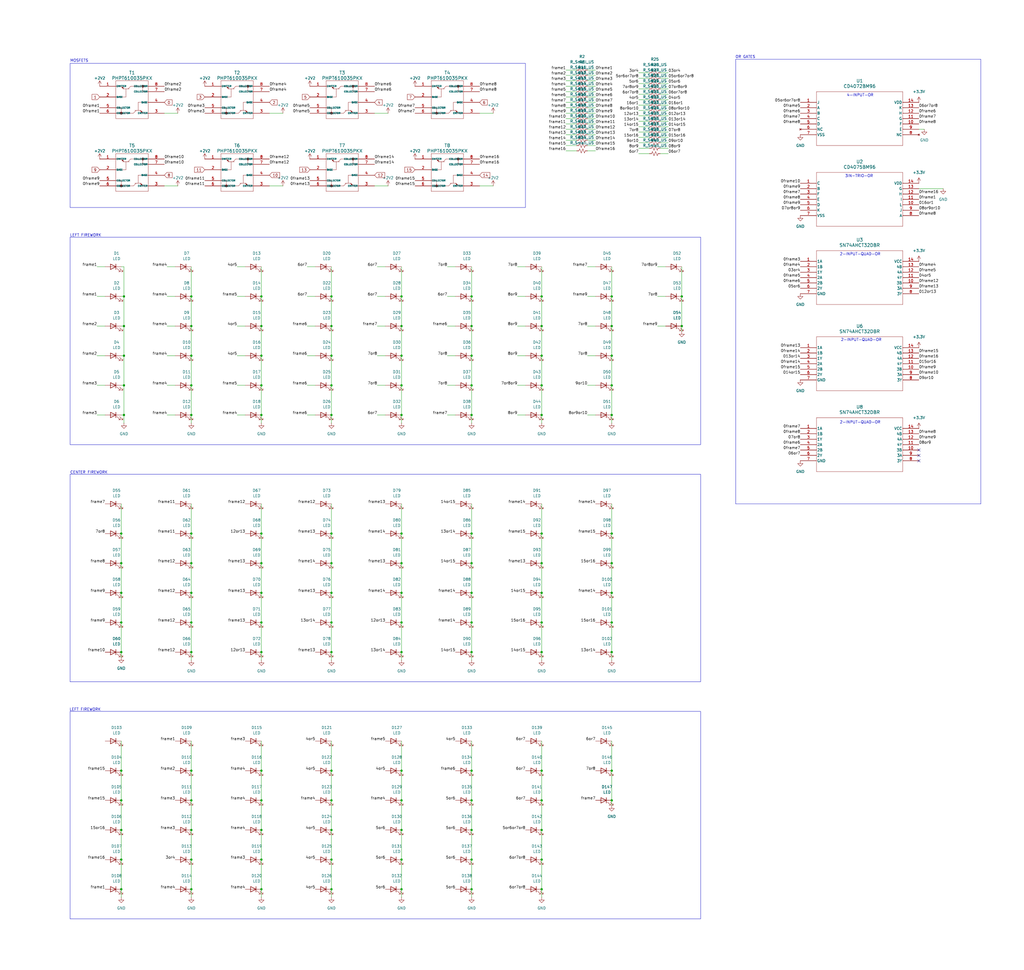
<source format=kicad_sch>
(kicad_sch (version 20250114) (generator "eeschema") (generator_version "9.0")
  (paper "User" 482.6 457.2)
  (rectangle (start 33.02 29.8825) (end 247.65 97.79))
  (rectangle (start 33.02 111.76) (end 330.2 209.55))
  (rectangle (start 33.02 223.52) (end 330.2 321.31))
  (rectangle (start 33.02 335.28) (end 330.2 433.07))
  (rectangle (start 346.71 27.94) (end 462.28 237.49))
  (text "LEFT FIREWORK" (at 40.132 334.518 0) (effects (font (size 1.27 1.27))))
  (text "OR GATES" (at 351.282 26.924 0) (effects (font (size 1.27 1.27))))
  (text "4-INPUT-OR" (at 405.384 44.958 0) (effects (font (size 1.27 1.27))))
  (text "CENTER FIREWORK" (at 41.91 222.758 0) (effects (font (size 1.27 1.27))))
  (text "3IN-TRIO-OR" (at 404.876 83.058 0) (effects (font (size 1.27 1.27))))
  (text "2-INPUT-QUAD-OR" (at 405.892 160.274 0) (effects (font (size 1.27 1.27))))
  (text "LEFT FIREWORK" (at 40.386 110.998 0) (effects (font (size 1.27 1.27))))
  (text "2-INPUT-QUAD-OR" (at 405.384 119.888 0) (effects (font (size 1.27 1.27))))
  (text "MOSFETS" (at 37.338 28.702 0) (effects (font (size 1.27 1.27))))
  (text "2-INPUT-QUAD-OR" (at 405.384 199.136 0) (effects (font (size 1.27 1.27))))
  (junction (at 123.19 265.43))
  (junction (at 321.31 153.67))
  (junction (at 288.29 167.64))
  (junction (at 222.25 307.34))
  (junction (at 255.27 265.43))
  (junction (at 189.23 279.4))
  (junction (at 222.25 181.61))
  (junction (at 57.15 363.22))
  (junction (at 123.19 251.46))
  (junction (at 189.23 251.46))
  (junction (at 288.29 279.4))
  (junction (at 156.21 195.58))
  (junction (at 123.19 377.19))
  (junction (at 222.25 293.37))
  (junction (at 156.21 391.16))
  (junction (at 123.19 363.22))
  (junction (at 189.23 363.22))
  (junction (at 321.31 139.7))
  (junction (at 123.19 181.61))
  (junction (at 288.29 181.61))
  (junction (at 255.27 167.64))
  (junction (at 156.21 293.37))
  (junction (at 156.21 181.61))
  (junction (at 58.42 139.7))
  (junction (at 288.29 139.7))
  (junction (at 288.29 251.46))
  (junction (at 57.15 307.34))
  (junction (at 156.21 363.22))
  (junction (at 90.17 363.22))
  (junction (at 156.21 377.19))
  (junction (at 156.21 419.1))
  (junction (at 90.17 391.16))
  (junction (at 255.27 279.4))
  (junction (at 123.19 279.4))
  (junction (at 123.19 153.67))
  (junction (at 57.15 377.19))
  (junction (at 189.23 139.7))
  (junction (at 189.23 293.37))
  (junction (at 123.19 167.64))
  (junction (at 255.27 293.37))
  (junction (at 255.27 181.61))
  (junction (at 90.17 279.4))
  (junction (at 255.27 363.22))
  (junction (at 90.17 181.61))
  (junction (at 288.29 363.22))
  (junction (at 288.29 307.34))
  (junction (at 222.25 139.7))
  (junction (at 189.23 405.13))
  (junction (at 156.21 279.4))
  (junction (at 222.25 167.64))
  (junction (at 288.29 195.58))
  (junction (at 288.29 153.67))
  (junction (at 123.19 307.34))
  (junction (at 90.17 405.13))
  (junction (at 58.42 181.61))
  (junction (at 57.15 265.43))
  (junction (at 189.23 265.43))
  (junction (at 58.42 195.58))
  (junction (at 57.15 251.46))
  (junction (at 123.19 405.13))
  (junction (at 189.23 167.64))
  (junction (at 288.29 265.43))
  (junction (at 58.42 153.67))
  (junction (at 156.21 251.46))
  (junction (at 255.27 307.34))
  (junction (at 123.19 419.1))
  (junction (at 222.25 377.19))
  (junction (at 255.27 251.46))
  (junction (at 255.27 391.16))
  (junction (at 255.27 139.7))
  (junction (at 57.15 293.37))
  (junction (at 90.17 307.34))
  (junction (at 189.23 419.1))
  (junction (at 189.23 153.67))
  (junction (at 90.17 251.46))
  (junction (at 156.21 265.43))
  (junction (at 58.42 167.64))
  (junction (at 222.25 279.4))
  (junction (at 123.19 391.16))
  (junction (at 255.27 419.1))
  (junction (at 123.19 139.7))
  (junction (at 222.25 363.22))
  (junction (at 123.19 195.58))
  (junction (at 57.15 405.13))
  (junction (at 288.29 377.19))
  (junction (at 255.27 405.13))
  (junction (at 255.27 195.58))
  (junction (at 90.17 153.67))
  (junction (at 189.23 181.61))
  (junction (at 222.25 405.13))
  (junction (at 222.25 419.1))
  (junction (at 189.23 391.16))
  (junction (at 255.27 153.67))
  (junction (at 90.17 139.7))
  (junction (at 90.17 293.37))
  (junction (at 123.19 293.37))
  (junction (at 156.21 167.64))
  (junction (at 189.23 377.19))
  (junction (at 255.27 377.19))
  (junction (at 57.15 391.16))
  (junction (at 156.21 153.67))
  (junction (at 90.17 419.1))
  (junction (at 57.15 419.1))
  (junction (at 90.17 377.19))
  (junction (at 189.23 195.58))
  (junction (at 288.29 293.37))
  (junction (at 156.21 307.34))
  (junction (at 90.17 265.43))
  (junction (at 90.17 167.64))
  (junction (at 222.25 391.16))
  (junction (at 156.21 405.13))
  (junction (at 222.25 251.46))
  (junction (at 57.15 279.4))
  (junction (at 156.21 139.7))
  (junction (at 189.23 307.34))
  (junction (at 222.25 195.58))
  (junction (at 222.25 265.43))
  (junction (at 90.17 195.58))
  (junction (at 222.25 153.67))
  (no_connect (at 433.07 217.17))
  (no_connect (at 433.07 214.63))
  (no_connect (at 433.07 212.09))
  (wire (pts (xy 123.19 311.15) (xy 123.19 307.34)))
  (wire (pts (xy 306.07 67.31) (xy 300.99 67.31)))
  (wire (pts (xy 156.21 377.19) (xy 156.21 391.16)))
  (wire (pts (xy 314.96 57.15) (xy 311.15 57.15)))
  (wire (pts (xy 288.29 379.73) (xy 288.29 377.19)))
  (wire (pts (xy 83.82 53.34) (xy 77.47 53.34)))
  (wire (pts (xy 156.21 199.39) (xy 156.21 195.58)))
  (wire (pts (xy 90.17 391.16) (xy 90.17 405.13)))
  (wire (pts (xy 243.84 195.58) (xy 247.65 195.58)))
  (wire (pts (xy 306.07 41.91) (xy 300.99 41.91)))
  (wire (pts (xy 288.29 311.15) (xy 288.29 307.34)))
  (wire (pts (xy 276.86 139.7) (xy 280.67 139.7)))
  (wire (pts (xy 280.67 60.96) (xy 276.86 60.96)))
  (wire (pts (xy 189.23 377.19) (xy 189.23 391.16)))
  (wire (pts (xy 189.23 237.49) (xy 189.23 251.46)))
  (wire (pts (xy 280.67 58.42) (xy 276.86 58.42)))
  (wire (pts (xy 255.27 363.22) (xy 255.27 377.19)))
  (wire (pts (xy 255.27 251.46) (xy 255.27 265.43)))
  (wire (pts (xy 222.25 251.46) (xy 222.25 265.43)))
  (wire (pts (xy 90.17 139.7) (xy 90.17 153.67)))
  (wire (pts (xy 189.23 181.61) (xy 189.23 195.58)))
  (wire (pts (xy 45.72 125.73) (xy 49.53 125.73)))
  (wire (pts (xy 58.42 139.7) (xy 58.42 153.67)))
  (wire (pts (xy 58.42 181.61) (xy 58.42 195.58)))
  (wire (pts (xy 58.42 167.64) (xy 57.15 167.64)))
  (wire (pts (xy 90.17 422.91) (xy 90.17 419.1)))
  (wire (pts (xy 222.25 153.67) (xy 222.25 167.64)))
  (wire (pts (xy 58.42 181.61) (xy 57.15 181.61)))
  (wire (pts (xy 144.78 181.61) (xy 148.59 181.61)))
  (wire (pts (xy 276.86 125.73) (xy 280.67 125.73)))
  (wire (pts (xy 288.29 167.64) (xy 288.29 181.61)))
  (wire (pts (xy 123.19 251.46) (xy 123.19 265.43)))
  (wire (pts (xy 156.21 349.25) (xy 156.21 363.22)))
  (wire (pts (xy 314.96 46.99) (xy 311.15 46.99)))
  (wire (pts (xy 306.07 46.99) (xy 300.99 46.99)))
  (wire (pts (xy 255.27 199.39) (xy 255.27 195.58)))
  (wire (pts (xy 280.67 43.18) (xy 276.86 43.18)))
  (wire (pts (xy 271.78 50.8) (xy 266.7 50.8)))
  (wire (pts (xy 288.29 349.25) (xy 288.29 363.22)))
  (wire (pts (xy 314.96 52.07) (xy 311.15 52.07)))
  (wire (pts (xy 222.25 139.7) (xy 222.25 153.67)))
  (wire (pts (xy 144.78 139.7) (xy 148.59 139.7)))
  (wire (pts (xy 271.78 55.88) (xy 266.7 55.88)))
  (wire (pts (xy 276.86 181.61) (xy 280.67 181.61)))
  (wire (pts (xy 182.88 87.63) (xy 176.53 87.63)))
  (wire (pts (xy 306.07 52.07) (xy 300.99 52.07)))
  (wire (pts (xy 45.72 153.67) (xy 49.53 153.67)))
  (wire (pts (xy 90.17 265.43) (xy 90.17 279.4)))
  (wire (pts (xy 111.76 181.61) (xy 115.57 181.61)))
  (wire (pts (xy 210.82 195.58) (xy 214.63 195.58)))
  (wire (pts (xy 144.78 153.67) (xy 148.59 153.67)))
  (wire (pts (xy 189.23 311.15) (xy 189.23 307.34)))
  (wire (pts (xy 78.74 139.7) (xy 82.55 139.7)))
  (wire (pts (xy 321.31 125.73) (xy 321.31 139.7)))
  (wire (pts (xy 271.78 45.72) (xy 266.7 45.72)))
  (wire (pts (xy 189.23 405.13) (xy 189.23 419.1)))
  (wire (pts (xy 57.15 279.4) (xy 57.15 293.37)))
  (wire (pts (xy 57.15 251.46) (xy 57.15 265.43)))
  (wire (pts (xy 90.17 311.15) (xy 90.17 307.34)))
  (wire (pts (xy 156.21 311.15) (xy 156.21 307.34)))
  (wire (pts (xy 222.25 181.61) (xy 222.25 195.58)))
  (wire (pts (xy 177.8 181.61) (xy 181.61 181.61)))
  (wire (pts (xy 280.67 38.1) (xy 276.86 38.1)))
  (wire (pts (xy 306.07 34.29) (xy 300.99 34.29)))
  (wire (pts (xy 222.25 422.91) (xy 222.25 419.1)))
  (wire (pts (xy 156.21 293.37) (xy 156.21 307.34)))
  (wire (pts (xy 111.76 153.67) (xy 115.57 153.67)))
  (wire (pts (xy 271.78 71.12) (xy 266.7 71.12)))
  (wire (pts (xy 222.25 167.64) (xy 222.25 181.61)))
  (wire (pts (xy 306.07 44.45) (xy 300.99 44.45)))
  (wire (pts (xy 144.78 195.58) (xy 148.59 195.58)))
  (wire (pts (xy 90.17 199.39) (xy 90.17 195.58)))
  (wire (pts (xy 156.21 125.73) (xy 156.21 139.7)))
  (wire (pts (xy 182.88 53.34) (xy 176.53 53.34)))
  (wire (pts (xy 57.15 377.19) (xy 57.15 391.16)))
  (wire (pts (xy 156.21 422.91) (xy 156.21 419.1)))
  (wire (pts (xy 314.96 64.77) (xy 311.15 64.77)))
  (wire (pts (xy 288.29 181.61) (xy 288.29 195.58)))
  (wire (pts (xy 276.86 167.64) (xy 280.67 167.64)))
  (wire (pts (xy 123.19 422.91) (xy 123.19 419.1)))
  (wire (pts (xy 189.23 167.64) (xy 189.23 181.61)))
  (wire (pts (xy 57.15 237.49) (xy 57.15 251.46)))
  (wire (pts (xy 156.21 153.67) (xy 156.21 167.64)))
  (wire (pts (xy 255.27 391.16) (xy 255.27 405.13)))
  (wire (pts (xy 306.07 57.15) (xy 300.99 57.15)))
  (wire (pts (xy 123.19 125.73) (xy 123.19 139.7)))
  (wire (pts (xy 243.84 139.7) (xy 247.65 139.7)))
  (wire (pts (xy 255.27 237.49) (xy 255.27 251.46)))
  (wire (pts (xy 222.25 363.22) (xy 222.25 377.19)))
  (wire (pts (xy 58.42 195.58) (xy 57.15 195.58)))
  (wire (pts (xy 90.17 125.73) (xy 90.17 139.7)))
  (wire (pts (xy 255.27 153.67) (xy 255.27 167.64)))
  (wire (pts (xy 222.25 279.4) (xy 222.25 293.37)))
  (wire (pts (xy 271.78 35.56) (xy 266.7 35.56)))
  (wire (pts (xy 222.25 377.19) (xy 222.25 391.16)))
  (wire (pts (xy 271.78 66.04) (xy 266.7 66.04)))
  (wire (pts (xy 314.96 59.69) (xy 311.15 59.69)))
  (wire (pts (xy 78.74 195.58) (xy 82.55 195.58)))
  (wire (pts (xy 271.78 53.34) (xy 266.7 53.34)))
  (wire (pts (xy 156.21 167.64) (xy 156.21 181.61)))
  (wire (pts (xy 232.41 53.34) (xy 226.06 53.34)))
  (wire (pts (xy 255.27 139.7) (xy 255.27 153.67)))
  (wire (pts (xy 144.78 167.64) (xy 148.59 167.64)))
  (wire (pts (xy 45.72 195.58) (xy 49.53 195.58)))
  (wire (pts (xy 156.21 265.43) (xy 156.21 279.4)))
  (wire (pts (xy 123.19 377.19) (xy 123.19 391.16)))
  (wire (pts (xy 243.84 167.64) (xy 247.65 167.64)))
  (wire (pts (xy 78.74 181.61) (xy 82.55 181.61)))
  (wire (pts (xy 189.23 293.37) (xy 189.23 307.34)))
  (wire (pts (xy 123.19 167.64) (xy 123.19 181.61)))
  (wire (pts (xy 271.78 33.02) (xy 266.7 33.02)))
  (wire (pts (xy 222.25 237.49) (xy 222.25 251.46)))
  (wire (pts (xy 280.67 48.26) (xy 276.86 48.26)))
  (wire (pts (xy 189.23 125.73) (xy 189.23 139.7)))
  (wire (pts (xy 222.25 311.15) (xy 222.25 307.34)))
  (wire (pts (xy 280.67 50.8) (xy 276.86 50.8)))
  (wire (pts (xy 271.78 60.96) (xy 266.7 60.96)))
  (wire (pts (xy 255.27 311.15) (xy 255.27 307.34)))
  (wire (pts (xy 177.8 167.64) (xy 181.61 167.64)))
  (wire (pts (xy 280.67 66.04) (xy 276.86 66.04)))
  (wire (pts (xy 177.8 139.7) (xy 181.61 139.7)))
  (wire (pts (xy 222.25 199.39) (xy 222.25 195.58)))
  (wire (pts (xy 78.74 125.73) (xy 82.55 125.73)))
  (wire (pts (xy 177.8 125.73) (xy 181.61 125.73)))
  (wire (pts (xy 288.29 293.37) (xy 288.29 307.34)))
  (wire (pts (xy 90.17 153.67) (xy 90.17 167.64)))
  (wire (pts (xy 156.21 251.46) (xy 156.21 265.43)))
  (wire (pts (xy 58.42 139.7) (xy 57.15 139.7)))
  (wire (pts (xy 243.84 153.67) (xy 247.65 153.67)))
  (wire (pts (xy 58.42 125.73) (xy 57.15 125.73)))
  (wire (pts (xy 90.17 279.4) (xy 90.17 293.37)))
  (wire (pts (xy 133.35 53.34) (xy 127 53.34)))
  (wire (pts (xy 232.41 87.63) (xy 226.06 87.63)))
  (wire (pts (xy 58.42 153.67) (xy 57.15 153.67)))
  (wire (pts (xy 288.29 279.4) (xy 288.29 293.37)))
  (wire (pts (xy 111.76 139.7) (xy 115.57 139.7)))
  (wire (pts (xy 306.07 64.77) (xy 300.99 64.77)))
  (wire (pts (xy 314.96 39.37) (xy 311.15 39.37)))
  (wire (pts (xy 111.76 195.58) (xy 115.57 195.58)))
  (wire (pts (xy 156.21 139.7) (xy 156.21 153.67)))
  (wire (pts (xy 123.19 279.4) (xy 123.19 293.37)))
  (wire (pts (xy 123.19 349.25) (xy 123.19 363.22)))
  (wire (pts (xy 255.27 422.91) (xy 255.27 419.1)))
  (wire (pts (xy 57.15 422.91) (xy 57.15 419.1)))
  (wire (pts (xy 90.17 237.49) (xy 90.17 251.46)))
  (wire (pts (xy 306.07 72.39) (xy 300.99 72.39)))
  (wire (pts (xy 156.21 405.13) (xy 156.21 419.1)))
  (wire (pts (xy 123.19 391.16) (xy 123.19 405.13)))
  (wire (pts (xy 123.19 363.22) (xy 123.19 377.19)))
  (wire (pts (xy 255.27 279.4) (xy 255.27 293.37)))
  (wire (pts (xy 280.67 35.56) (xy 276.86 35.56)))
  (wire (pts (xy 288.29 237.49) (xy 288.29 251.46)))
  (wire (pts (xy 306.07 36.83) (xy 300.99 36.83)))
  (wire (pts (xy 271.78 43.18) (xy 266.7 43.18)))
  (wire (pts (xy 280.67 33.02) (xy 276.86 33.02)))
  (wire (pts (xy 280.67 45.72) (xy 276.86 45.72)))
  (wire (pts (xy 57.15 265.43) (xy 57.15 279.4)))
  (wire (pts (xy 288.29 265.43) (xy 288.29 279.4)))
  (wire (pts (xy 111.76 167.64) (xy 115.57 167.64)))
  (wire (pts (xy 123.19 293.37) (xy 123.19 307.34)))
  (wire (pts (xy 45.72 181.61) (xy 49.53 181.61)))
  (wire (pts (xy 306.07 69.85) (xy 300.99 69.85)))
  (wire (pts (xy 156.21 391.16) (xy 156.21 405.13)))
  (wire (pts (xy 255.27 265.43) (xy 255.27 279.4)))
  (wire (pts (xy 222.25 265.43) (xy 222.25 279.4)))
  (wire (pts (xy 444.5 88.9) (xy 433.07 88.9)))
  (wire (pts (xy 314.96 49.53) (xy 311.15 49.53)))
  (wire (pts (xy 306.07 39.37) (xy 300.99 39.37)))
  (wire (pts (xy 144.78 125.73) (xy 148.59 125.73)))
  (wire (pts (xy 123.19 153.67) (xy 123.19 167.64)))
  (wire (pts (xy 321.31 139.7) (xy 321.31 153.67)))
  (wire (pts (xy 280.67 40.64) (xy 276.86 40.64)))
  (wire (pts (xy 255.27 167.64) (xy 255.27 181.61)))
  (wire (pts (xy 222.25 349.25) (xy 222.25 363.22)))
  (wire (pts (xy 90.17 251.46) (xy 90.17 265.43)))
  (wire (pts (xy 90.17 167.64) (xy 90.17 181.61)))
  (wire (pts (xy 314.96 34.29) (xy 311.15 34.29)))
  (wire (pts (xy 90.17 181.61) (xy 90.17 195.58)))
  (wire (pts (xy 288.29 199.39) (xy 288.29 195.58)))
  (wire (pts (xy 57.15 363.22) (xy 57.15 377.19)))
  (wire (pts (xy 123.19 405.13) (xy 123.19 419.1)))
  (wire (pts (xy 78.74 153.67) (xy 82.55 153.67)))
  (wire (pts (xy 83.82 87.63) (xy 77.47 87.63)))
  (wire (pts (xy 45.72 139.7) (xy 49.53 139.7)))
  (wire (pts (xy 314.96 44.45) (xy 311.15 44.45)))
  (wire (pts (xy 306.07 59.69) (xy 300.99 59.69)))
  (wire (pts (xy 288.29 363.22) (xy 288.29 377.19)))
  (wire (pts (xy 57.15 405.13) (xy 57.15 419.1)))
  (wire (pts (xy 57.15 391.16) (xy 57.15 405.13)))
  (wire (pts (xy 280.67 63.5) (xy 276.86 63.5)))
  (wire (pts (xy 255.27 293.37) (xy 255.27 307.34)))
  (wire (pts (xy 306.07 54.61) (xy 300.99 54.61)))
  (wire (pts (xy 189.23 153.67) (xy 189.23 167.64)))
  (wire (pts (xy 271.78 38.1) (xy 266.7 38.1)))
  (wire (pts (xy 123.19 265.43) (xy 123.19 279.4)))
  (wire (pts (xy 156.21 237.49) (xy 156.21 251.46)))
  (wire (pts (xy 210.82 125.73) (xy 214.63 125.73)))
  (wire (pts (xy 271.78 68.58) (xy 266.7 68.58)))
  (wire (pts (xy 222.25 125.73) (xy 222.25 139.7)))
  (wire (pts (xy 309.88 139.7) (xy 313.69 139.7)))
  (wire (pts (xy 280.67 71.12) (xy 276.86 71.12)))
  (wire (pts (xy 276.86 153.67) (xy 280.67 153.67)))
  (wire (pts (xy 280.67 53.34) (xy 276.86 53.34)))
  (wire (pts (xy 111.76 125.73) (xy 115.57 125.73)))
  (wire (pts (xy 314.96 54.61) (xy 311.15 54.61)))
  (wire (pts (xy 288.29 125.73) (xy 288.29 139.7)))
  (wire (pts (xy 189.23 391.16) (xy 189.23 405.13)))
  (wire (pts (xy 210.82 153.67) (xy 214.63 153.67)))
  (wire (pts (xy 288.29 153.67) (xy 288.29 167.64)))
  (wire (pts (xy 177.8 195.58) (xy 181.61 195.58)))
  (wire (pts (xy 243.84 125.73) (xy 247.65 125.73)))
  (wire (pts (xy 314.96 69.85) (xy 311.15 69.85)))
  (wire (pts (xy 222.25 405.13) (xy 222.25 419.1)))
  (wire (pts (xy 189.23 279.4) (xy 189.23 293.37)))
  (wire (pts (xy 189.23 422.91) (xy 189.23 419.1)))
  (wire (pts (xy 57.15 309.88) (xy 57.15 307.34)))
  (wire (pts (xy 189.23 139.7) (xy 189.23 153.67)))
  (wire (pts (xy 288.29 139.7) (xy 288.29 153.67)))
  (wire (pts (xy 90.17 293.37) (xy 90.17 307.34)))
  (wire (pts (xy 306.07 49.53) (xy 300.99 49.53)))
  (wire (pts (xy 271.78 63.5) (xy 266.7 63.5)))
  (wire (pts (xy 210.82 139.7) (xy 214.63 139.7)))
  (wire (pts (xy 309.88 153.67) (xy 313.69 153.67)))
  (wire (pts (xy 78.74 167.64) (xy 82.55 167.64)))
  (wire (pts (xy 321.31 156.21) (xy 321.31 153.67)))
  (wire (pts (xy 123.19 199.39) (xy 123.19 195.58)))
  (wire (pts (xy 435.61 60.96) (xy 433.07 60.96)))
  (wire (pts (xy 90.17 377.19) (xy 90.17 391.16)))
  (wire (pts (xy 314.96 72.39) (xy 311.15 72.39)))
  (wire (pts (xy 90.17 349.25) (xy 90.17 363.22)))
  (wire (pts (xy 133.35 87.63) (xy 127 87.63)))
  (wire (pts (xy 255.27 181.61) (xy 255.27 195.58)))
  (wire (pts (xy 314.96 67.31) (xy 311.15 67.31)))
  (wire (pts (xy 58.42 199.39) (xy 58.42 195.58)))
  (wire (pts (xy 156.21 279.4) (xy 156.21 293.37)))
  (wire (pts (xy 255.27 377.19) (xy 255.27 391.16)))
  (wire (pts (xy 314.96 62.23) (xy 311.15 62.23)))
  (wire (pts (xy 280.67 68.58) (xy 276.86 68.58)))
  (wire (pts (xy 57.15 293.37) (xy 57.15 307.34)))
  (wire (pts (xy 314.96 36.83) (xy 311.15 36.83)))
  (wire (pts (xy 156.21 363.22) (xy 156.21 377.19)))
  (wire (pts (xy 58.42 153.67) (xy 58.42 167.64)))
  (wire (pts (xy 210.82 181.61) (xy 214.63 181.61)))
  (wire (pts (xy 189.23 199.39) (xy 189.23 195.58)))
  (wire (pts (xy 90.17 405.13) (xy 90.17 419.1)))
  (wire (pts (xy 271.78 48.26) (xy 266.7 48.26)))
  (wire (pts (xy 271.78 40.64) (xy 266.7 40.64)))
  (wire (pts (xy 243.84 181.61) (xy 247.65 181.61)))
  (wire (pts (xy 123.19 181.61) (xy 123.19 195.58)))
  (wire (pts (xy 58.42 125.73) (xy 58.42 139.7)))
  (wire (pts (xy 123.19 237.49) (xy 123.19 251.46)))
  (wire (pts (xy 57.15 349.25) (xy 57.15 363.22)))
  (wire (pts (xy 90.17 363.22) (xy 90.17 377.19)))
  (wire (pts (xy 255.27 349.25) (xy 255.27 363.22)))
  (wire (pts (xy 123.19 139.7) (xy 123.19 153.67)))
  (wire (pts (xy 189.23 349.25) (xy 189.23 363.22)))
  (wire (pts (xy 189.23 363.22) (xy 189.23 377.19)))
  (wire (pts (xy 276.86 195.58) (xy 280.67 195.58)))
  (wire (pts (xy 288.29 251.46) (xy 288.29 265.43)))
  (wire (pts (xy 45.72 167.64) (xy 49.53 167.64)))
  (wire (pts (xy 210.82 167.64) (xy 214.63 167.64)))
  (wire (pts (xy 314.96 41.91) (xy 311.15 41.91)))
  (wire (pts (xy 222.25 391.16) (xy 222.25 405.13)))
  (wire (pts (xy 255.27 125.73) (xy 255.27 139.7)))
  (wire (pts (xy 306.07 62.23) (xy 300.99 62.23)))
  (wire (pts (xy 222.25 293.37) (xy 222.25 307.34)))
  (wire (pts (xy 309.88 125.73) (xy 313.69 125.73)))
  (wire (pts (xy 255.27 405.13) (xy 255.27 419.1)))
  (wire (pts (xy 58.42 167.64) (xy 58.42 181.61)))
  (wire (pts (xy 271.78 58.42) (xy 266.7 58.42)))
  (wire (pts (xy 156.21 181.61) (xy 156.21 195.58)))
  (wire (pts (xy 189.23 265.43) (xy 189.23 279.4)))
  (wire (pts (xy 189.23 251.46) (xy 189.23 265.43)))
  (wire (pts (xy 280.67 55.88) (xy 276.86 55.88)))
  (wire (pts (xy 177.8 153.67) (xy 181.61 153.67)))
  (label "15or16" (at 300.99 64.77 180))
  (label "0frame15" (at 377.19 173.99 180))
  (label "frame15" (at 49.53 377.19 180))
  (label "frame4" (at 115.57 391.16 180))
  (label "014or15" (at 314.96 59.69 0))
  (label "frame3" (at 82.55 377.19 180))
  (label "5or6" (at 300.99 39.37 180))
  (label "0frame5" (at 280.67 43.18 0))
  (label "4or5" (at 148.59 363.22 180))
  (label "0frame16" (at 226.06 74.93 0))
  (label "0frame7" (at 433.07 55.88 0))
  (label "frame12" (at 82.55 293.37 180))
  (label "frame4" (at 266.7 40.64 180))
  (label "0frame15" (at 280.67 68.58 0))
  (label "3or4" (at 82.55 405.13 180))
  (label "frame13" (at 115.57 293.37 180))
  (label "0frame8" (at 377.19 204.47 180))
  (label "frame4" (at 82.55 419.1 180))
  (label "0frame14" (at 176.53 77.47 0))
  (label "frame13" (at 181.61 237.49 180))
  (label "06or7" (at 377.19 214.63 180))
  (label "frame6" (at 144.78 167.64 180))
  (label "0frame13" (at 377.19 163.83 180))
  (label "frame13" (at 148.59 251.46 180))
  (label "0frame14" (at 377.19 171.45 180))
  (label "frame3" (at 266.7 38.1 180))
  (label "7or8" (at 177.8 167.64 180))
  (label "8or9or10" (at 276.86 195.58 180))
  (label "frame15" (at 280.67 251.46 180))
  (label "frame11" (at 266.7 58.42 180))
  (label "4or5" (at 181.61 363.22 180))
  (label "frame4" (at 115.57 419.1 180))
  (label "13or14" (at 280.67 307.34 180))
  (label "9or10" (at 276.86 181.61 180))
  (label "06or7" (at 314.96 72.39 0))
  (label "frame7" (at 177.8 153.67 180))
  (label "0frame5" (at 146.05 50.8 180))
  (label "0frame10" (at 77.47 74.93 0))
  (label "7or8" (at 243.84 125.73 180))
  (label "5or6" (at 214.63 377.19 180))
  (label "0frame3" (at 96.52 50.8 180))
  (label "frame3" (at 115.57 405.13 180))
  (label "08or9" (at 314.96 69.85 0))
  (label "frame1" (at 266.7 33.02 180))
  (label "7or8" (at 210.82 181.61 180))
  (label "0frame9" (at 46.99 87.63 180))
  (label "0frame14" (at 377.19 166.37 180))
  (label "0frame7" (at 377.19 201.93 180))
  (label "0frame11" (at 280.67 58.42 0))
  (label "0frame15" (at 195.58 85.09 180))
  (label "0frame7" (at 195.58 50.8 180))
  (label "0frame16" (at 226.06 77.47 0))
  (label "9or10" (at 300.99 67.31 180))
  (label "6or7" (at 247.65 377.19 180))
  (label "0frame1" (at 433.07 93.98 0))
  (label "8or9" (at 243.84 139.7 180))
  (label "5or6" (at 214.63 391.16 180))
  (label "0frame7" (at 377.19 212.09 180))
  (label "0frame7" (at 280.67 48.26 0))
  (label "0frame14" (at 176.53 74.93 0))
  (label "015or16" (at 314.96 64.77 0))
  (label "05or6" (at 377.19 135.89 180))
  (label "frame11" (at 82.55 237.49 180))
  (label "frame15" (at 266.7 68.58 180))
  (label "0frame11" (at 96.52 87.63 180))
  (label "0frame4" (at 127 43.18 0))
  (label "0frame6" (at 433.07 53.34 0))
  (label "0frame8" (at 226.06 43.18 0))
  (label "14or15" (at 247.65 279.4 180))
  (label "0frame13" (at 433.07 135.89 0))
  (label "0frame3" (at 377.19 123.19 180))
  (label "frame12" (at 82.55 279.4 180))
  (label "frame4" (at 115.57 363.22 180))
  (label "frame9" (at 276.86 139.7 180))
  (label "14or15" (at 214.63 237.49 180))
  (label "6or7" (at 280.67 349.25 180))
  (label "7or8" (at 210.82 125.73 180))
  (label "5or6or7or8" (at 247.65 391.16 180))
  (label "frame8" (at 266.7 50.8 180))
  (label "0frame4" (at 280.67 40.64 0))
  (label "8or9" (at 300.99 69.85 180))
  (label "0frame16" (at 433.07 168.91 0))
  (label "0frame1" (at 280.67 33.02 0))
  (label "03or4" (at 377.19 128.27 180))
  (label "frame16" (at 266.7 71.12 180))
  (label "7or8" (at 276.86 153.67 180))
  (label "5or6" (at 181.61 405.13 180))
  (label "14or15" (at 214.63 265.43 180))
  (label "frame4" (at 115.57 377.19 180))
  (label "frame2" (at 266.7 35.56 180))
  (label "frame15" (at 247.65 251.46 180))
  (label "0frame8" (at 226.06 40.64 0))
  (label "frame14" (at 280.67 279.4 180))
  (label "4or5" (at 300.99 46.99 180))
  (label "frame16" (at 49.53 405.13 180))
  (label "frame1" (at 49.53 419.1 180))
  (label "0frame5" (at 146.05 53.34 180))
  (label "frame10" (at 49.53 307.34 180))
  (label "frame1" (at 82.55 349.25 180))
  (label "0frame8" (at 377.19 93.98 180))
  (label "4or5" (at 148.59 419.1 180))
  (label "13or14" (at 148.59 293.37 180))
  (label "7or8" (at 276.86 167.64 180))
  (label "frame6" (at 266.7 45.72 180))
  (label "12or13" (at 300.99 54.61 180))
  (label "0frame5" (at 377.19 50.8 180))
  (label "frame9" (at 49.53 279.4 180))
  (label "frame14" (at 181.61 251.46 180))
  (label "0frame8" (at 433.07 204.47 0))
  (label "frame5" (at 111.76 181.61 180))
  (label "04or5" (at 314.96 46.99 0))
  (label "4or5" (at 111.76 153.67 180))
  (label "0frame7" (at 195.58 53.34 180))
  (label "frame2" (at 82.55 363.22 180))
  (label "frame13" (at 247.65 265.43 180))
  (label "4or5" (at 111.76 167.64 180))
  (label "frame4" (at 78.74 125.73 180))
  (label "6or7" (at 210.82 139.7 180))
  (label "0frame15" (at 195.58 87.63 180))
  (label "8or9" (at 243.84 195.58 180))
  (label "frame3" (at 45.72 181.61 180))
  (label "frame5" (at 266.7 43.18 180))
  (label "13or14" (at 181.61 307.34 180))
  (label "03or4" (at 314.96 34.29 0))
  (label "0frame7" (at 377.19 55.88 180))
  (label "frame4" (at 181.61 377.19 180))
  (label "frame14" (at 148.59 265.43 180))
  (label "0frame10" (at 280.67 55.88 0))
  (label "0frame10" (at 377.19 86.36 180))
  (label "frame14" (at 247.65 237.49 180))
  (label "0frame9" (at 46.99 85.09 180))
  (label "07or8or9" (at 314.96 41.91 0))
  (label "frame8" (at 49.53 265.43 180))
  (label "016or1" (at 314.96 49.53 0))
  (label "frame13" (at 115.57 279.4 180))
  (label "6or7" (at 300.99 72.39 180))
  (label "0frame14" (at 280.67 66.04 0))
  (label "15or16" (at 280.67 293.37 180))
  (label "0frame9" (at 377.19 88.9 180))
  (label "frame12" (at 82.55 265.43 180))
  (label "8or9" (at 243.84 167.64 180))
  (label "7or8or9" (at 300.99 41.91 180))
  (label "5or6" (at 181.61 391.16 180))
  (label "frame12" (at 148.59 237.49 180))
  (label "013or14" (at 314.96 57.15 0))
  (label "014or15" (at 377.19 176.53 180))
  (label "15or16" (at 49.53 391.16 180))
  (label "0frame9" (at 433.07 207.01 0))
  (label "6or7" (at 177.8 195.58 180))
  (label "frame4" (at 78.74 195.58 180))
  (label "frame14" (at 214.63 293.37 180))
  (label "frame12" (at 266.7 60.96 180))
  (label "frame6" (at 210.82 153.67 180))
  (label "06or7or8" (at 314.96 44.45 0))
  (label "015or16" (at 433.07 171.45 0))
  (label "frame9" (at 266.7 53.34 180))
  (label "6or7" (at 177.8 125.73 180))
  (label "0frame9" (at 377.19 96.52 180))
  (label "frame5" (at 111.76 139.7 180))
  (label "frame4" (at 78.74 139.7 180))
  (label "0frame2" (at 280.67 35.56 0))
  (label "15or16" (at 280.67 265.43 180))
  (label "6or7" (at 247.65 363.22 180))
  (label "6or7" (at 144.78 125.73 180))
  (label "13or14" (at 214.63 251.46 180))
  (label "4or5" (at 214.63 349.25 180))
  (label "012or13" (at 314.96 54.61 0))
  (label "0frame1" (at 46.99 53.34 180))
  (label "6or7or8" (at 247.65 405.13 180))
  (label "0frame13" (at 280.67 63.5 0))
  (label "frame7" (at 210.82 195.58 180))
  (label "15or16" (at 247.65 293.37 180))
  (label "frame6" (at 144.78 181.61 180))
  (label "8or9or10" (at 300.99 52.07 180))
  (label "frame13" (at 266.7 63.5 180))
  (label "frame4" (at 78.74 167.64 180))
  (label "0frame12" (at 127 77.47 0))
  (label "6or7" (at 177.8 139.7 180))
  (label "0frame4" (at 433.07 125.73 0))
  (label "7or8" (at 49.53 251.46 180))
  (label "frame3" (at 45.72 195.58 180))
  (label "frame14" (at 280.67 237.49 180))
  (label "0frame2" (at 77.47 40.64 0))
  (label "7or8" (at 280.67 363.22 180))
  (label "12or13" (at 181.61 293.37 180))
  (label "frame6" (at 144.78 195.58 180))
  (label "0frame16" (at 433.07 91.44 0))
  (label "0frame3" (at 96.52 53.34 180))
  (label "4or5" (at 148.59 349.25 180))
  (label "0frame4" (at 377.19 125.73 180))
  (label "0frame5" (at 433.07 128.27 0))
  (label "07or8or9" (at 377.19 99.06 180))
  (label "frame13" (at 148.59 307.34 180))
  (label "8or9" (at 243.84 153.67 180))
  (label "0frame8" (at 433.07 58.42 0))
  (label "frame13" (at 148.59 279.4 180))
  (label "0frame6" (at 377.19 53.34 180))
  (label "08or9" (at 433.07 209.55 0))
  (label "14or15" (at 300.99 59.69 180))
  (label "0frame1" (at 46.99 50.8 180))
  (label "0frame5" (at 377.19 130.81 180))
  (label "5or6" (at 214.63 419.1 180))
  (label "frame12" (at 115.57 237.49 180))
  (label "0frame13" (at 146.05 87.63 180))
  (label "6or7" (at 144.78 139.7 180))
  (label "14or15" (at 214.63 307.34 180))
  (label "6or7" (at 247.65 349.25 180))
  (label "0frame11" (at 96.52 85.09 180))
  (label "16or1" (at 300.99 49.53 180))
  (label "frame7" (at 266.7 48.26 180))
  (label "6or7or8" (at 300.99 44.45 180))
  (label "0frame12" (at 280.67 60.96 0))
  (label "frame4" (at 78.74 181.61 180))
  (label "7or8" (at 309.88 139.7 180))
  (label "14or15" (at 247.65 307.34 180))
  (label "7or8" (at 300.99 62.23 180))
  (label "0frame3" (at 280.67 38.1 0))
  (label "frame4" (at 148.59 377.19 180))
  (label "05or6or7or8" (at 314.96 36.83 0))
  (label "4or5" (at 111.76 125.73 180))
  (label "0frame8" (at 377.19 58.42 180))
  (label "frame15" (at 49.53 363.22 180))
  (label "0frame13" (at 146.05 85.09 180))
  (label "frame13" (at 115.57 265.43 180))
  (label "013or14" (at 377.19 168.91 180))
  (label "frame5" (at 181.61 349.25 180))
  (label "frame10" (at 266.7 55.88 180))
  (label "05or6or7or8" (at 377.19 48.26 180))
  (label "04or5" (at 433.07 130.81 0))
  (label "07or8" (at 377.19 207.01 180))
  (label "07or8" (at 314.96 62.23 0))
  (label "frame3" (at 82.55 391.16 180))
  (label "0frame16" (at 280.67 71.12 0))
  (label "0frame8" (at 280.67 50.8 0))
  (label "12or13" (at 115.57 307.34 180))
  (label "frame14" (at 181.61 279.4 180))
  (label "frame7" (at 49.53 237.49 180))
  (label "4or5" (at 148.59 391.16 180))
  (label "0frame6" (at 377.19 133.35 180))
  (label "0frame6" (at 176.53 40.64 0))
  (label "05or6" (at 314.96 39.37 0))
  (label "frame4" (at 78.74 153.67 180))
  (label "0frame10" (at 433.07 176.53 0))
  (label "frame1" (at 45.72 125.73 180))
  (label "09or10" (at 314.96 67.31 0))
  (label "5or6" (at 214.63 405.13 180))
  (label "0frame6" (at 377.19 209.55 180))
  (label "frame11" (at 82.55 251.46 180))
  (label "0frame9" (at 280.67 53.34 0))
  (label "0frame4" (at 127 40.64 0))
  (label "0frame7" (at 377.19 91.44 180))
  (label "08or9or10" (at 433.07 99.06 0))
  (label "7or8" (at 210.82 167.64 180))
  (label "frame9" (at 309.88 153.67 180))
  (label "0frame6" (at 280.67 45.72 0))
  (label "4or5" (at 148.59 405.13 180))
  (label "frame9" (at 49.53 293.37 180))
  (label "frame7" (at 280.67 377.19 180))
  (label "frame2" (at 45.72 153.67 180))
  (label "12or13" (at 115.57 251.46 180))
  (label "0frame9" (at 433.07 173.99 0))
  (label "7or8or9" (at 243.84 181.61 180))
  (label "0frame12" (at 127 74.93 0))
  (label "0frame6" (at 176.53 43.18 0))
  (label "0frame2" (at 77.47 43.18 0))
  (label "frame14" (at 266.7 66.04 180))
  (label "5or6" (at 181.61 419.1 180))
  (label "frame13" (at 181.61 265.43 180))
  (label "08or9or10" (at 314.96 52.07 0))
  (label "5or6or7or8" (at 300.99 36.83 180))
  (label "0frame15" (at 433.07 166.37 0))
  (label "0frame10" (at 77.47 77.47 0))
  (label "06or7or8" (at 433.07 50.8 0))
  (label "09or10" (at 433.07 179.07 0))
  (label "7or8" (at 177.8 181.61 180))
  (label "frame3" (at 115.57 349.25 180))
  (label "7or8or9" (at 309.88 125.73 180))
  (label "0frame8" (at 433.07 101.6 0))
  (label "frame2" (at 45.72 167.64 180))
  (label "3or4" (at 300.99 34.29 180))
  (label "frame1" (at 45.72 139.7 180))
  (label "frame14" (at 214.63 279.4 180))
  (label "frame7" (at 276.86 125.73 180))
  (label "frame4" (at 111.76 195.58 180))
  (label "frame12" (at 82.55 307.34 180))
  (label "frame6" (at 214.63 363.22 180))
  (label "frame6" (at 144.78 153.67 180))
  (label "016or1" (at 433.07 96.52 0))
  (label "6or7or8" (at 247.65 419.1 180))
  (label "13or14" (at 300.99 57.15 180))
  (label "012or13" (at 433.07 138.43 0))
  (label "0frame12" (at 433.07 133.35 0))
  (global_label "7" (shape input) (at 195.58 45.72 180) (property "Intersheetrefs" "${INTERSHEET_REFS}" (effects (hide yes))))
  (global_label "9" (shape input) (at 46.99 80.01 180) (property "Intersheetrefs" "${INTERSHEET_REFS}" (effects (hide yes))))
  (global_label "4" (shape input) (at 176.53 48.26 0) (property "Intersheetrefs" "${INTERSHEET_REFS}" (effects (hide yes))))
  (global_label "8" (shape input) (at 77.47 82.55 0) (property "Intersheetrefs" "${INTERSHEET_REFS}" (effects (hide yes))))
  (global_label "13" (shape input) (at 146.05 80.01 180) (property "Intersheetrefs" "${INTERSHEET_REFS}" (effects (hide yes))))
  (global_label "1" (shape input) (at 46.99 45.72 180) (property "Intersheetrefs" "${INTERSHEET_REFS}" (effects (hide yes))))
  (global_label "5" (shape input) (at 146.05 45.72 180) (property "Intersheetrefs" "${INTERSHEET_REFS}" (effects (hide yes))))
  (global_label "12" (shape input) (at 176.53 82.55 0) (property "Intersheetrefs" "${INTERSHEET_REFS}" (effects (hide yes))))
  (global_label "10" (shape input) (at 127 82.55 0) (property "Intersheetrefs" "${INTERSHEET_REFS}" (effects (hide yes))))
  (global_label "0" (shape input) (at 77.47 48.26 0) (property "Intersheetrefs" "${INTERSHEET_REFS}" (effects (hide yes))))
  (global_label "15" (shape input) (at 195.58 80.01 180) (property "Intersheetrefs" "${INTERSHEET_REFS}" (effects (hide yes))))
  (global_label "3" (shape input) (at 96.52 45.72 180) (property "Intersheetrefs" "${INTERSHEET_REFS}" (effects (hide yes))))
  (global_label "14" (shape input) (at 226.06 82.55 0) (property "Intersheetrefs" "${INTERSHEET_REFS}" (effects (hide yes))))
  (global_label "2" (shape input) (at 127 48.26 0) (property "Intersheetrefs" "${INTERSHEET_REFS}" (effects (hide yes))))
  (global_label "11" (shape input) (at 96.52 80.01 180) (property "Intersheetrefs" "${INTERSHEET_REFS}" (effects (hide yes))))
  (global_label "6" (shape input) (at 226.06 48.26 0) (property "Intersheetrefs" "${INTERSHEET_REFS}" (effects (hide yes))))
  (symbol (lib_id "Device:LED") (at 86.36 279.4 0) (mirror y) (unit 1)
    (property "Reference" "D64" (at 87.9475 273.05 0))
    (property "Value" "LED" (at 87.9475 275.59 0))
    (property "Footprint" "LED_SMD:LED_0603_1608Metric" (effects (hide yes)))
    (property "Description" "Light emitting diode" (effects (hide yes)))
    (property "Sim.Pins" "1=K 2=A" (effects (hide yes)))
  )
  (symbol (lib_id "power:GND") (at 321.31 156.21 0) (unit 1)
    (property "Reference" "#PWR070" (effects (hide yes)))
    (property "Value" "GND" (at 321.31 161.29 0))
    (property "Description" "Power symbol creates a global label with name \"GND\" , ground" (effects (hide yes)))
  )
  (symbol (lib_id "Device:R_Small_US") (at 274.32 40.64 90) (unit 1)
    (property "Reference" "R12" (at 274.32 34.29 90))
    (property "Value" "R_Small_US" (at 274.32 36.83 90))
    (property "Footprint" "Resistor_SMD:R_0805_2012Metric_Pad1.20x1.40mm_HandSolder" (effects (hide yes)))
    (property "Description" "Resistor, small US symbol" (effects (hide yes)))
  )
  (symbol (lib_id "Device:LED") (at 152.4 349.25 0) (mirror y) (unit 1)
    (property "Reference" "D121" (at 153.9875 342.9 0))
    (property "Value" "LED" (at 153.9875 345.44 0))
    (property "Footprint" "LED_SMD:LED_0603_1608Metric" (effects (hide yes)))
    (property "Description" "Light emitting diode" (effects (hide yes)))
    (property "Sim.Pins" "1=K 2=A" (effects (hide yes)))
  )
  (symbol (lib_id "Device:LED") (at 218.44 153.67 0) (mirror y) (unit 1)
    (property "Reference" "D35" (at 220.0275 147.32 0))
    (property "Value" "LED" (at 220.0275 149.86 0))
    (property "Footprint" "LED_SMD:LED_0603_1608Metric" (effects (hide yes)))
    (property "Description" "Light emitting diode" (effects (hide yes)))
    (property "Sim.Pins" "1=K 2=A" (effects (hide yes)))
  )
  (symbol (lib_id "SN74AHCT32DBR_2-INPUT-QUAD-OR:SN74AHCT32DBR") (at 377.19 201.93 0) (unit 1)
    (property "Reference" "U8" (at 405.13 191.77 0) (effects (font (size 1.524 1.524))))
    (property "Value" "SN74AHCT32DBR" (at 405.13 194.31 0) (effects (font (size 1.524 1.524))))
    (property "Footprint" "GRAD-CAP:SN74AHCT32DBR_2-INPUT-QUAD-OR" (effects (hide yes)))
    (property "Datasheet" "https://www.ti.com/lit/gpn/sn74ahct32" (effects (hide yes)))
  )
  (symbol (lib_id "Device:LED") (at 284.48 265.43 0) (mirror y) (unit 1)
    (property "Reference" "D99" (at 286.0675 259.08 0))
    (property "Value" "LED" (at 286.0675 261.62 0))
    (property "Footprint" "LED_SMD:LED_0603_1608Metric" (effects (hide yes)))
    (property "Description" "Light emitting diode" (effects (hide yes)))
    (property "Sim.Pins" "1=K 2=A" (effects (hide yes)))
  )
  (symbol (lib_id "Device:LED") (at 185.42 279.4 0) (mirror y) (unit 1)
    (property "Reference" "D82" (at 187.0075 273.05 0))
    (property "Value" "LED" (at 187.0075 275.59 0))
    (property "Footprint" "LED_SMD:LED_0603_1608Metric" (effects (hide yes)))
    (property "Description" "Light emitting diode" (effects (hide yes)))
    (property "Sim.Pins" "1=K 2=A" (effects (hide yes)))
  )
  (symbol (lib_id "Device:LED") (at 218.44 391.16 0) (mirror y) (unit 1)
    (property "Reference" "D136" (at 220.0275 384.81 0))
    (property "Value" "LED" (at 220.0275 387.35 0))
    (property "Footprint" "LED_SMD:LED_0603_1608Metric" (effects (hide yes)))
    (property "Description" "Light emitting diode" (effects (hide yes)))
    (property "Sim.Pins" "1=K 2=A" (effects (hide yes)))
  )
  (symbol (lib_id "Device:R_Small_US") (at 274.32 53.34 90) (unit 1)
    (property "Reference" "R17" (at 274.32 46.99 90))
    (property "Value" "R_Small_US" (at 274.32 49.53 90))
    (property "Footprint" "Resistor_SMD:R_0805_2012Metric_Pad1.20x1.40mm_HandSolder" (effects (hide yes)))
    (property "Description" "Resistor, small US symbol" (effects (hide yes)))
  )
  (symbol (lib_name "PHPT610035PKX_1") (lib_id "PHPT610035PKX_TRANS-2PNP-100V-3A:PHPT610035PKX") (at 46.99 40.64 0) (unit 1)
    (property "Reference" "T1" (at 62.23 34.29 0) (effects (font (size 1.524 1.524))))
    (property "Value" "PHPT610035PKX" (at 62.23 36.83 0) (effects (font (size 1.524 1.524))))
    (property "Footprint" "GRAD-CAP:PHPT610035PKX_TRANS-2PNP-100V-3A" (effects (hide yes)))
    (property "Datasheet" "PHPT610035PKX" (effects (hide yes)))
  )
  (symbol (lib_id "Device:LED") (at 86.36 181.61 0) (mirror y) (unit 1)
    (property "Reference" "D11" (at 87.9475 175.26 0))
    (property "Value" "LED" (at 87.9475 177.8 0))
    (property "Footprint" "LED_SMD:LED_0603_1608Metric" (effects (hide yes)))
    (property "Description" "Light emitting diode" (effects (hide yes)))
    (property "Sim.Pins" "1=K 2=A" (effects (hide yes)))
  )
  (symbol (lib_id "Device:LED") (at 86.36 251.46 0) (mirror y) (unit 1)
    (property "Reference" "D62" (at 87.9475 245.11 0))
    (property "Value" "LED" (at 87.9475 247.65 0))
    (property "Footprint" "LED_SMD:LED_0603_1608Metric" (effects (hide yes)))
    (property "Description" "Light emitting diode" (effects (hide yes)))
    (property "Sim.Pins" "1=K 2=A" (effects (hide yes)))
  )
  (symbol (lib_id "Device:LED") (at 119.38 181.61 0) (mirror y) (unit 1)
    (property "Reference" "D17" (at 120.9675 175.26 0))
    (property "Value" "LED" (at 120.9675 177.8 0))
    (property "Footprint" "LED_SMD:LED_0603_1608Metric" (effects (hide yes)))
    (property "Description" "Light emitting diode" (effects (hide yes)))
    (property "Sim.Pins" "1=K 2=A" (effects (hide yes)))
  )
  (symbol (lib_id "power:GND") (at 377.19 63.5 0) (unit 1)
    (property "Reference" "#PWR04" (effects (hide yes)))
    (property "Value" "GND" (at 377.19 68.58 0))
    (property "Description" "Power symbol creates a global label with name \"GND\" , ground" (effects (hide yes)))
  )
  (symbol (lib_id "Device:LED") (at 218.44 419.1 0) (mirror y) (unit 1)
    (property "Reference" "D138" (at 220.0275 412.75 0))
    (property "Value" "LED" (at 220.0275 415.29 0))
    (property "Footprint" "LED_SMD:LED_0603_1608Metric" (effects (hide yes)))
    (property "Description" "Light emitting diode" (effects (hide yes)))
    (property "Sim.Pins" "1=K 2=A" (effects (hide yes)))
  )
  (symbol (lib_id "Device:LED") (at 53.34 251.46 0) (mirror y) (unit 1)
    (property "Reference" "D56" (at 54.9275 245.11 0))
    (property "Value" "LED" (at 54.9275 247.65 0))
    (property "Footprint" "LED_SMD:LED_0603_1608Metric" (effects (hide yes)))
    (property "Description" "Light emitting diode" (effects (hide yes)))
    (property "Sim.Pins" "1=K 2=A" (effects (hide yes)))
  )
  (symbol (lib_id "Device:LED") (at 119.38 251.46 0) (mirror y) (unit 1)
    (property "Reference" "D68" (at 120.9675 245.11 0))
    (property "Value" "LED" (at 120.9675 247.65 0))
    (property "Footprint" "LED_SMD:LED_0603_1608Metric" (effects (hide yes)))
    (property "Description" "Light emitting diode" (effects (hide yes)))
    (property "Sim.Pins" "1=K 2=A" (effects (hide yes)))
  )
  (symbol (lib_id "Device:LED") (at 284.48 153.67 0) (mirror y) (unit 1)
    (property "Reference" "D48" (at 286.0675 147.32 0))
    (property "Value" "LED" (at 286.0675 149.86 0))
    (property "Footprint" "LED_SMD:LED_0603_1608Metric" (effects (hide yes)))
    (property "Description" "Light emitting diode" (effects (hide yes)))
    (property "Sim.Pins" "1=K 2=A" (effects (hide yes)))
  )
  (symbol (lib_id "Device:LED") (at 218.44 377.19 0) (mirror y) (unit 1)
    (property "Reference" "D135" (at 220.0275 370.84 0))
    (property "Value" "LED" (at 220.0275 373.38 0))
    (property "Footprint" "LED_SMD:LED_0603_1608Metric" (effects (hide yes)))
    (property "Description" "Light emitting diode" (effects (hide yes)))
    (property "Sim.Pins" "1=K 2=A" (effects (hide yes)))
  )
  (symbol (lib_id "Device:LED") (at 86.36 419.1 0) (mirror y) (unit 1)
    (property "Reference" "D114" (at 87.9475 412.75 0))
    (property "Value" "LED" (at 87.9475 415.29 0))
    (property "Footprint" "LED_SMD:LED_0603_1608Metric" (effects (hide yes)))
    (property "Description" "Light emitting diode" (effects (hide yes)))
    (property "Sim.Pins" "1=K 2=A" (effects (hide yes)))
  )
  (symbol (lib_id "Device:LED") (at 53.34 279.4 0) (mirror y) (unit 1)
    (property "Reference" "D58" (at 54.9275 273.05 0))
    (property "Value" "LED" (at 54.9275 275.59 0))
    (property "Footprint" "LED_SMD:LED_0603_1608Metric" (effects (hide yes)))
    (property "Description" "Light emitting diode" (effects (hide yes)))
    (property "Sim.Pins" "1=K 2=A" (effects (hide yes)))
  )
  (symbol (lib_id "Device:LED") (at 152.4 265.43 0) (mirror y) (unit 1)
    (property "Reference" "D75" (at 153.9875 259.08 0))
    (property "Value" "LED" (at 153.9875 261.62 0))
    (property "Footprint" "LED_SMD:LED_0603_1608Metric" (effects (hide yes)))
    (property "Description" "Light emitting diode" (effects (hide yes)))
    (property "Sim.Pins" "1=K 2=A" (effects (hide yes)))
  )
  (symbol (lib_id "Device:LED") (at 152.4 391.16 0) (mirror y) (unit 1)
    (property "Reference" "D124" (at 153.9875 384.81 0))
    (property "Value" "LED" (at 153.9875 387.35 0))
    (property "Footprint" "LED_SMD:LED_0603_1608Metric" (effects (hide yes)))
    (property "Description" "Light emitting diode" (effects (hide yes)))
    (property "Sim.Pins" "1=K 2=A" (effects (hide yes)))
  )
  (symbol (lib_id "Device:LED") (at 119.38 419.1 0) (mirror y) (unit 1)
    (property "Reference" "D120" (at 120.9675 412.75 0))
    (property "Value" "LED" (at 120.9675 415.29 0))
    (property "Footprint" "LED_SMD:LED_0603_1608Metric" (effects (hide yes)))
    (property "Description" "Light emitting diode" (effects (hide yes)))
    (property "Sim.Pins" "1=K 2=A" (effects (hide yes)))
  )
  (symbol (lib_id "Device:LED") (at 218.44 167.64 0) (mirror y) (unit 1)
    (property "Reference" "D36" (at 220.0275 161.29 0))
    (property "Value" "LED" (at 220.0275 163.83 0))
    (property "Footprint" "LED_SMD:LED_0603_1608Metric" (effects (hide yes)))
    (property "Description" "Light emitting diode" (effects (hide yes)))
    (property "Sim.Pins" "1=K 2=A" (effects (hide yes)))
  )
  (symbol (lib_id "Device:LED") (at 284.48 125.73 0) (mirror y) (unit 1)
    (property "Reference" "D45" (at 286.0675 119.38 0))
    (property "Value" "LED" (at 286.0675 121.92 0))
    (property "Footprint" "LED_SMD:LED_0603_1608Metric" (effects (hide yes)))
    (property "Description" "Light emitting diode" (effects (hide yes)))
    (property "Sim.Pins" "1=K 2=A" (effects (hide yes)))
  )
  (symbol (lib_id "Device:R_Small_US") (at 274.32 33.02 90) (unit 1)
    (property "Reference" "R2" (at 274.32 26.67 90))
    (property "Value" "R_Small_US" (at 274.32 29.21 90))
    (property "Footprint" "Resistor_SMD:R_0805_2012Metric_Pad1.20x1.40mm_HandSolder" (effects (hide yes)))
    (property "Description" "Resistor, small US symbol" (effects (hide yes)))
  )
  (symbol (lib_name "PHPT610035PKX_1") (lib_id "PHPT610035PKX_TRANS-2PNP-100V-3A:PHPT610035PKX") (at 146.05 40.64 0) (unit 1)
    (property "Reference" "T3" (at 161.29 34.29 0) (effects (font (size 1.524 1.524))))
    (property "Value" "PHPT610035PKX" (at 161.29 36.83 0) (effects (font (size 1.524 1.524))))
    (property "Footprint" "GRAD-CAP:PHPT610035PKX_TRANS-2PNP-100V-3A" (effects (hide yes)))
    (property "Datasheet" "PHPT610035PKX" (effects (hide yes)))
  )
  (symbol (lib_id "power:+2V5") (at 182.88 87.63 0) (unit 1)
    (property "Reference" "#PWR025" (effects (hide yes)))
    (property "Value" "+2V2" (at 182.88 83.82 0))
    (property "Description" "Power symbol creates a global label with name \"+2V5\"" (effects (hide yes)))
  )
  (symbol (lib_id "Device:LED") (at 86.36 125.73 0) (mirror y) (unit 1)
    (property "Reference" "D7" (at 87.9475 119.38 0))
    (property "Value" "LED" (at 87.9475 121.92 0))
    (property "Footprint" "LED_SMD:LED_0603_1608Metric" (effects (hide yes)))
    (property "Description" "Light emitting diode" (effects (hide yes)))
    (property "Sim.Pins" "1=K 2=A" (effects (hide yes)))
  )
  (symbol (lib_id "Device:R_Small_US") (at 308.61 62.23 90) (unit 1)
    (property "Reference" "R36" (at 308.61 55.88 90))
    (property "Value" "R_Small_US" (at 308.61 58.42 90))
    (property "Footprint" "Resistor_SMD:R_0805_2012Metric_Pad1.20x1.40mm_HandSolder" (effects (hide yes)))
    (property "Description" "Resistor, small US symbol" (effects (hide yes)))
  )
  (symbol (lib_id "Device:LED") (at 284.48 251.46 0) (mirror y) (unit 1)
    (property "Reference" "D98" (at 286.0675 245.11 0))
    (property "Value" "LED" (at 286.0675 247.65 0))
    (property "Footprint" "LED_SMD:LED_0603_1608Metric" (effects (hide yes)))
    (property "Description" "Light emitting diode" (effects (hide yes)))
    (property "Sim.Pins" "1=K 2=A" (effects (hide yes)))
  )
  (symbol (lib_id "Device:LED") (at 152.4 237.49 0) (mirror y) (unit 1)
    (property "Reference" "D73" (at 153.9875 231.14 0))
    (property "Value" "LED" (at 153.9875 233.68 0))
    (property "Footprint" "LED_SMD:LED_0603_1608Metric" (effects (hide yes)))
    (property "Description" "Light emitting diode" (effects (hide yes)))
    (property "Sim.Pins" "1=K 2=A" (effects (hide yes)))
  )
  (symbol (lib_id "Device:LED") (at 251.46 363.22 0) (mirror y) (unit 1)
    (property "Reference" "D140" (at 253.0475 356.87 0))
    (property "Value" "LED" (at 253.0475 359.41 0))
    (property "Footprint" "LED_SMD:LED_0603_1608Metric" (effects (hide yes)))
    (property "Description" "Light emitting diode" (effects (hide yes)))
    (property "Sim.Pins" "1=K 2=A" (effects (hide yes)))
  )
  (symbol (lib_id "Device:LED") (at 284.48 167.64 0) (mirror y) (unit 1)
    (property "Reference" "D49" (at 286.0675 161.29 0))
    (property "Value" "LED" (at 286.0675 163.83 0))
    (property "Footprint" "LED_SMD:LED_0603_1608Metric" (effects (hide yes)))
    (property "Description" "Light emitting diode" (effects (hide yes)))
    (property "Sim.Pins" "1=K 2=A" (effects (hide yes)))
  )
  (symbol (lib_id "Device:LED") (at 119.38 153.67 0) (mirror y) (unit 1)
    (property "Reference" "D15" (at 120.9675 147.32 0))
    (property "Value" "LED" (at 120.9675 149.86 0))
    (property "Footprint" "LED_SMD:LED_0603_1608Metric" (effects (hide yes)))
    (property "Description" "Light emitting diode" (effects (hide yes)))
    (property "Sim.Pins" "1=K 2=A" (effects (hide yes)))
  )
  (symbol (lib_id "Device:LED") (at 86.36 139.7 0) (mirror y) (unit 1)
    (property "Reference" "D8" (at 87.9475 133.35 0))
    (property "Value" "LED" (at 87.9475 135.89 0))
    (property "Footprint" "LED_SMD:LED_0603_1608Metric" (effects (hide yes)))
    (property "Description" "Light emitting diode" (effects (hide yes)))
    (property "Sim.Pins" "1=K 2=A" (effects (hide yes)))
  )
  (symbol (lib_id "Device:LED") (at 185.42 251.46 0) (mirror y) (unit 1)
    (property "Reference" "D80" (at 187.0075 245.11 0))
    (property "Value" "LED" (at 187.0075 247.65 0))
    (property "Footprint" "LED_SMD:LED_0603_1608Metric" (effects (hide yes)))
    (property "Description" "Light emitting diode" (effects (hide yes)))
    (property "Sim.Pins" "1=K 2=A" (effects (hide yes)))
  )
  (symbol (lib_id "Device:LED") (at 119.38 349.25 0) (mirror y) (unit 1)
    (property "Reference" "D115" (at 120.9675 342.9 0))
    (property "Value" "LED" (at 120.9675 345.44 0))
    (property "Footprint" "LED_SMD:LED_0603_1608Metric" (effects (hide yes)))
    (property "Description" "Light emitting diode" (effects (hide yes)))
    (property "Sim.Pins" "1=K 2=A" (effects (hide yes)))
  )
  (symbol (lib_id "power:GND") (at 58.42 199.39 0) (unit 1)
    (property "Reference" "#PWR046" (effects (hide yes)))
    (property "Value" "GND" (at 58.42 204.47 0))
    (property "Description" "Power symbol creates a global label with name \"GND\" , ground" (effects (hide yes)))
  )
  (symbol (lib_id "Device:LED") (at 152.4 279.4 0) (mirror y) (unit 1)
    (property "Reference" "D76" (at 153.9875 273.05 0))
    (property "Value" "LED" (at 153.9875 275.59 0))
    (property "Footprint" "LED_SMD:LED_0603_1608Metric" (effects (hide yes)))
    (property "Description" "Light emitting diode" (effects (hide yes)))
    (property "Sim.Pins" "1=K 2=A" (effects (hide yes)))
  )
  (symbol (lib_id "Device:LED") (at 185.42 419.1 0) (mirror y) (unit 1)
    (property "Reference" "D132" (at 187.0075 412.75 0))
    (property "Value" "LED" (at 187.0075 415.29 0))
    (property "Footprint" "LED_SMD:LED_0603_1608Metric" (effects (hide yes)))
    (property "Description" "Light emitting diode" (effects (hide yes)))
    (property "Sim.Pins" "1=K 2=A" (effects (hide yes)))
  )
  (symbol (lib_name "PHPT610035PKX_1") (lib_id "PHPT610035PKX_TRANS-2PNP-100V-3A:PHPT610035PKX") (at 96.52 40.64 0) (unit 1)
    (property "Reference" "T2" (at 111.76 34.29 0) (effects (font (size 1.524 1.524))))
    (property "Value" "PHPT610035PKX" (at 111.76 36.83 0) (effects (font (size 1.524 1.524))))
    (property "Footprint" "GRAD-CAP:PHPT610035PKX_TRANS-2PNP-100V-3A" (effects (hide yes)))
    (property "Datasheet" "PHPT610035PKX" (effects (hide yes)))
  )
  (symbol (lib_id "power:+2V5") (at 195.58 40.64 0) (unit 1)
    (property "Reference" "#PWR018" (effects (hide yes)))
    (property "Value" "+2V2" (at 195.58 36.83 0))
    (property "Description" "Power symbol creates a global label with name \"+2V5\"" (effects (hide yes)))
  )
  (symbol (lib_id "Device:R_Small_US") (at 308.61 69.85 90) (unit 1)
    (property "Reference" "R39" (at 308.61 63.5 90))
    (property "Value" "R_Small_US" (at 308.61 66.04 90))
    (property "Footprint" "Resistor_SMD:R_0805_2012Metric_Pad1.20x1.40mm_HandSolder" (effects (hide yes)))
    (property "Description" "Resistor, small US symbol" (effects (hide yes)))
  )
  (symbol (lib_id "Device:LED") (at 218.44 251.46 0) (mirror y) (unit 1)
    (property "Reference" "D86" (at 220.0275 245.11 0))
    (property "Value" "LED" (at 220.0275 247.65 0))
    (property "Footprint" "LED_SMD:LED_0603_1608Metric" (effects (hide yes)))
    (property "Description" "Light emitting diode" (effects (hide yes)))
    (property "Sim.Pins" "1=K 2=A" (effects (hide yes)))
  )
  (symbol (lib_id "Device:LED") (at 218.44 181.61 0) (mirror y) (unit 1)
    (property "Reference" "D37" (at 220.0275 175.26 0))
    (property "Value" "LED" (at 220.0275 177.8 0))
    (property "Footprint" "LED_SMD:LED_0603_1608Metric" (effects (hide yes)))
    (property "Description" "Light emitting diode" (effects (hide yes)))
    (property "Sim.Pins" "1=K 2=A" (effects (hide yes)))
  )
  (symbol (lib_id "Device:LED") (at 185.42 307.34 0) (mirror y) (unit 1)
    (property "Reference" "D84" (at 187.0075 300.99 0))
    (property "Value" "LED" (at 187.0075 303.53 0))
    (property "Footprint" "LED_SMD:LED_0603_1608Metric" (effects (hide yes)))
    (property "Description" "Light emitting diode" (effects (hide yes)))
    (property "Sim.Pins" "1=K 2=A" (effects (hide yes)))
  )
  (symbol (lib_id "power:GND") (at 123.19 422.91 0) (unit 1)
    (property "Reference" "#PWR063" (effects (hide yes)))
    (property "Value" "GND" (at 123.19 427.99 0))
    (property "Description" "Power symbol creates a global label with name \"GND\" , ground" (effects (hide yes)))
  )
  (symbol (lib_id "power:GND") (at 377.19 138.43 0) (unit 1)
    (property "Reference" "#PWR06" (effects (hide yes)))
    (property "Value" "GND" (at 377.19 143.51 0))
    (property "Description" "Power symbol creates a global label with name \"GND\" , ground" (effects (hide yes)))
  )
  (symbol (lib_id "power:GND") (at 156.21 311.15 0) (unit 1)
    (property "Reference" "#PWR056" (effects (hide yes)))
    (property "Value" "GND" (at 156.21 316.23 0))
    (property "Description" "Power symbol creates a global label with name \"GND\" , ground" (effects (hide yes)))
  )
  (symbol (lib_id "Device:LED") (at 185.42 405.13 0) (mirror y) (unit 1)
    (property "Reference" "D131" (at 187.0075 398.78 0))
    (property "Value" "LED" (at 187.0075 401.32 0))
    (property "Footprint" "LED_SMD:LED_0603_1608Metric" (effects (hide yes)))
    (property "Description" "Light emitting diode" (effects (hide yes)))
    (property "Sim.Pins" "1=K 2=A" (effects (hide yes)))
  )
  (symbol (lib_id "power:+2V5") (at 96.52 74.93 0) (unit 1)
    (property "Reference" "#PWR022" (effects (hide yes)))
    (property "Value" "+2V2" (at 96.52 71.12 0))
    (property "Description" "Power symbol creates a global label with name \"+2V5\"" (effects (hide yes)))
  )
  (symbol (lib_id "Device:R_Small_US") (at 274.32 63.5 90) (unit 1)
    (property "Reference" "R21" (at 274.32 57.15 90))
    (property "Value" "R_Small_US" (at 274.32 59.69 90))
    (property "Footprint" "Resistor_SMD:R_0805_2012Metric_Pad1.20x1.40mm_HandSolder" (effects (hide yes)))
    (property "Description" "Resistor, small US symbol" (effects (hide yes)))
  )
  (symbol (lib_id "power:+2V5") (at 46.99 40.64 0) (unit 1)
    (property "Reference" "#PWR02" (effects (hide yes)))
    (property "Value" "+2V2" (at 46.99 36.83 0))
    (property "Description" "Power symbol creates a global label with name \"+2V5\"" (effects (hide yes)))
  )
  (symbol (lib_id "Device:LED") (at 53.34 363.22 0) (mirror y) (unit 1)
    (property "Reference" "D104" (at 54.9275 356.87 0))
    (property "Value" "LED" (at 54.9275 359.41 0))
    (property "Footprint" "LED_SMD:LED_0603_1608Metric" (effects (hide yes)))
    (property "Description" "Light emitting diode" (effects (hide yes)))
    (property "Sim.Pins" "1=K 2=A" (effects (hide yes)))
  )
  (symbol (lib_id "Device:LED") (at 317.5 139.7 0) (mirror y) (unit 1)
    (property "Reference" "D53" (at 319.0875 133.35 0))
    (property "Value" "LED" (at 319.0875 135.89 0))
    (property "Footprint" "LED_SMD:LED_0603_1608Metric" (effects (hide yes)))
    (property "Description" "Light emitting diode" (effects (hide yes)))
    (property "Sim.Pins" "1=K 2=A" (effects (hide yes)))
  )
  (symbol (lib_id "Device:LED") (at 251.46 237.49 0) (mirror y) (unit 1)
    (property "Reference" "D91" (at 253.0475 231.14 0))
    (property "Value" "LED" (at 253.0475 233.68 0))
    (property "Footprint" "LED_SMD:LED_0603_1608Metric" (effects (hide yes)))
    (property "Description" "Light emitting diode" (effects (hide yes)))
    (property "Sim.Pins" "1=K 2=A" (effects (hide yes)))
  )
  (symbol (lib_id "power:GND") (at 123.19 199.39 0) (unit 1)
    (property "Reference" "#PWR048" (effects (hide yes)))
    (property "Value" "GND" (at 123.19 204.47 0))
    (property "Description" "Power symbol creates a global label with name \"GND\" , ground" (effects (hide yes)))
  )
  (symbol (lib_id "power:+2V5") (at 195.58 74.93 0) (unit 1)
    (property "Reference" "#PWR026" (effects (hide yes)))
    (property "Value" "+2V2" (at 195.58 71.12 0))
    (property "Description" "Power symbol creates a global label with name \"+2V5\"" (effects (hide yes)))
  )
  (symbol (lib_id "Device:LED") (at 86.36 265.43 0) (mirror y) (unit 1)
    (property "Reference" "D63" (at 87.9475 259.08 0))
    (property "Value" "LED" (at 87.9475 261.62 0))
    (property "Footprint" "LED_SMD:LED_0603_1608Metric" (effects (hide yes)))
    (property "Description" "Light emitting diode" (effects (hide yes)))
    (property "Sim.Pins" "1=K 2=A" (effects (hide yes)))
  )
  (symbol (lib_id "Device:LED") (at 218.44 293.37 0) (mirror y) (unit 1)
    (property "Reference" "D89" (at 220.0275 287.02 0))
    (property "Value" "LED" (at 220.0275 289.56 0))
    (property "Footprint" "LED_SMD:LED_0603_1608Metric" (effects (hide yes)))
    (property "Description" "Light emitting diode" (effects (hide yes)))
    (property "Sim.Pins" "1=K 2=A" (effects (hide yes)))
  )
  (symbol (lib_id "Device:LED") (at 119.38 377.19 0) (mirror y) (unit 1)
    (property "Reference" "D117" (at 120.9675 370.84 0))
    (property "Value" "LED" (at 120.9675 373.38 0))
    (property "Footprint" "LED_SMD:LED_0603_1608Metric" (effects (hide yes)))
    (property "Description" "Light emitting diode" (effects (hide yes)))
    (property "Sim.Pins" "1=K 2=A" (effects (hide yes)))
  )
  (symbol (lib_id "Device:LED") (at 53.34 405.13 0) (mirror y) (unit 1)
    (property "Reference" "D107" (at 54.9275 398.78 0))
    (property "Value" "LED" (at 54.9275 401.32 0))
    (property "Footprint" "LED_SMD:LED_0603_1608Metric" (effects (hide yes)))
    (property "Description" "Light emitting diode" (effects (hide yes)))
    (property "Sim.Pins" "1=K 2=A" (effects (hide yes)))
  )
  (symbol (lib_id "power:GND") (at 288.29 379.73 0) (unit 1)
    (property "Reference" "#PWR069" (effects (hide yes)))
    (property "Value" "GND" (at 288.29 384.81 0))
    (property "Description" "Power symbol creates a global label with name \"GND\" , ground" (effects (hide yes)))
  )
  (symbol (lib_id "Device:R_Small_US") (at 308.61 57.15 90) (unit 1)
    (property "Reference" "R34" (at 308.61 50.8 90))
    (property "Value" "R_Small_US" (at 308.61 53.34 90))
    (property "Footprint" "Resistor_SMD:R_0805_2012Metric_Pad1.20x1.40mm_HandSolder" (effects (hide yes)))
    (property "Description" "Resistor, small US symbol" (effects (hide yes)))
  )
  (symbol (lib_id "power:GND") (at 222.25 199.39 0) (unit 1)
    (property "Reference" "#PWR051" (effects (hide yes)))
    (property "Value" "GND" (at 222.25 204.47 0))
    (property "Description" "Power symbol creates a global label with name \"GND\" , ground" (effects (hide yes)))
  )
  (symbol (lib_id "power:GND") (at 189.23 311.15 0) (unit 1)
    (property "Reference" "#PWR057" (effects (hide yes)))
    (property "Value" "GND" (at 189.23 316.23 0))
    (property "Description" "Power symbol creates a global label with name \"GND\" , ground" (effects (hide yes)))
  )
  (symbol (lib_id "Device:R_Small_US") (at 308.61 34.29 90) (unit 1)
    (property "Reference" "R25" (at 308.61 27.94 90))
    (property "Value" "R_Small_US" (at 308.61 30.48 90))
    (property "Footprint" "Resistor_SMD:R_0805_2012Metric_Pad1.20x1.40mm_HandSolder" (effects (hide yes)))
    (property "Description" "Resistor, small US symbol" (effects (hide yes)))
  )
  (symbol (lib_id "Device:LED") (at 152.4 307.34 0) (mirror y) (unit 1)
    (property "Reference" "D78" (at 153.9875 300.99 0))
    (property "Value" "LED" (at 153.9875 303.53 0))
    (property "Footprint" "LED_SMD:LED_0603_1608Metric" (effects (hide yes)))
    (property "Description" "Light emitting diode" (effects (hide yes)))
    (property "Sim.Pins" "1=K 2=A" (effects (hide yes)))
  )
  (symbol (lib_id "Device:LED") (at 185.42 195.58 0) (mirror y) (unit 1)
    (property "Reference" "D32" (at 187.0075 189.23 0))
    (property "Value" "LED" (at 187.0075 191.77 0))
    (property "Footprint" "LED_SMD:LED_0603_1608Metric" (effects (hide yes)))
    (property "Description" "Light emitting diode" (effects (hide yes)))
    (property "Sim.Pins" "1=K 2=A" (effects (hide yes)))
  )
  (symbol (lib_id "Device:LED") (at 86.36 293.37 0) (mirror y) (unit 1)
    (property "Reference" "D65" (at 87.9475 287.02 0))
    (property "Value" "LED" (at 87.9475 289.56 0))
    (property "Footprint" "LED_SMD:LED_0603_1608Metric" (effects (hide yes)))
    (property "Description" "Light emitting diode" (effects (hide yes)))
    (property "Sim.Pins" "1=K 2=A" (effects (hide yes)))
  )
  (symbol (lib_name "PHPT610035PKX_1") (lib_id "PHPT610035PKX_TRANS-2PNP-100V-3A:PHPT610035PKX") (at 146.05 74.93 0) (unit 1)
    (property "Reference" "T7" (at 161.29 68.58 0) (effects (font (size 1.524 1.524))))
    (property "Value" "PHPT610035PKX" (at 161.29 71.12 0) (effects (font (size 1.524 1.524))))
    (property "Footprint" "GRAD-CAP:PHPT610035PKX_TRANS-2PNP-100V-3A" (effects (hide yes)))
    (property "Datasheet" "PHPT610035PKX" (effects (hide yes)))
  )
  (symbol (lib_id "Device:LED") (at 86.36 349.25 0) (mirror y) (unit 1)
    (property "Reference" "D109" (at 87.9475 342.9 0))
    (property "Value" "LED" (at 87.9475 345.44 0))
    (property "Footprint" "LED_SMD:LED_0603_1608Metric" (effects (hide yes)))
    (property "Description" "Light emitting diode" (effects (hide yes)))
    (property "Sim.Pins" "1=K 2=A" (effects (hide yes)))
  )
  (symbol (lib_id "Device:LED") (at 284.48 293.37 0) (mirror y) (unit 1)
    (property "Reference" "D101" (at 286.0675 287.02 0))
    (property "Value" "LED" (at 286.0675 289.56 0))
    (property "Footprint" "LED_SMD:LED_0603_1608Metric" (effects (hide yes)))
    (property "Description" "Light emitting diode" (effects (hide yes)))
    (property "Sim.Pins" "1=K 2=A" (effects (hide yes)))
  )
  (symbol (lib_id "Device:R_Small_US") (at 274.32 43.18 90) (unit 1)
    (property "Reference" "R13" (at 274.32 36.83 90))
    (property "Value" "R_Small_US" (at 274.32 39.37 90))
    (property "Footprint" "Resistor_SMD:R_0805_2012Metric_Pad1.20x1.40mm_HandSolder" (effects (hide yes)))
    (property "Description" "Resistor, small US symbol" (effects (hide yes)))
  )
  (symbol (lib_id "Device:R_Small_US") (at 274.32 68.58 90) (unit 1)
    (property "Reference" "R23" (at 274.32 62.23 90))
    (property "Value" "R_Small_US" (at 274.32 64.77 90))
    (property "Footprint" "Resistor_SMD:R_0805_2012Metric_Pad1.20x1.40mm_HandSolder" (effects (hide yes)))
    (property "Description" "Resistor, small US symbol" (effects (hide yes)))
  )
  (symbol (lib_id "Device:LED") (at 86.36 153.67 0) (mirror y) (unit 1)
    (property "Reference" "D9" (at 87.9475 147.32 0))
    (property "Value" "LED" (at 87.9475 149.86 0))
    (property "Footprint" "LED_SMD:LED_0603_1608Metric" (effects (hide yes)))
    (property "Description" "Light emitting diode" (effects (hide yes)))
    (property "Sim.Pins" "1=K 2=A" (effects (hide yes)))
  )
  (symbol (lib_id "power:GND") (at 377.19 217.17 0) (unit 1)
    (property "Reference" "#PWR012" (effects (hide yes)))
    (property "Value" "GND" (at 377.19 222.25 0))
    (property "Description" "Power symbol creates a global label with name \"GND\" , ground" (effects (hide yes)))
  )
  (symbol (lib_id "Device:LED") (at 218.44 363.22 0) (mirror y) (unit 1)
    (property "Reference" "D134" (at 220.0275 356.87 0))
    (property "Value" "LED" (at 220.0275 359.41 0))
    (property "Footprint" "LED_SMD:LED_0603_1608Metric" (effects (hide yes)))
    (property "Description" "Light emitting diode" (effects (hide yes)))
    (property "Sim.Pins" "1=K 2=A" (effects (hide yes)))
  )
  (symbol (lib_id "Device:LED") (at 152.4 405.13 0) (mirror y) (unit 1)
    (property "Reference" "D125" (at 153.9875 398.78 0))
    (property "Value" "LED" (at 153.9875 401.32 0))
    (property "Footprint" "LED_SMD:LED_0603_1608Metric" (effects (hide yes)))
    (property "Description" "Light emitting diode" (effects (hide yes)))
    (property "Sim.Pins" "1=K 2=A" (effects (hide yes)))
  )
  (symbol (lib_id "power:GND") (at 222.25 311.15 0) (unit 1)
    (property "Reference" "#PWR058" (effects (hide yes)))
    (property "Value" "GND" (at 222.25 316.23 0))
    (property "Description" "Power symbol creates a global label with name \"GND\" , ground" (effects (hide yes)))
  )
  (symbol (lib_id "Device:R_Small_US") (at 308.61 46.99 90) (unit 1)
    (property "Reference" "R30" (at 308.61 40.64 90))
    (property "Value" "R_Small_US" (at 308.61 43.18 90))
    (property "Footprint" "Resistor_SMD:R_0805_2012Metric_Pad1.20x1.40mm_HandSolder" (effects (hide yes)))
    (property "Description" "Resistor, small US symbol" (effects (hide yes)))
  )
  (symbol (lib_id "Device:LED") (at 284.48 363.22 0) (mirror y) (unit 1)
    (property "Reference" "D146" (at 286.0675 356.87 0))
    (property "Value" "LED" (at 286.0675 359.41 0))
    (property "Footprint" "LED_SMD:LED_0603_1608Metric" (effects (hide yes)))
    (property "Description" "Light emitting diode" (effects (hide yes)))
    (property "Sim.Pins" "1=K 2=A" (effects (hide yes)))
  )
  (symbol (lib_id "Device:LED") (at 53.34 391.16 0) (mirror y) (unit 1)
    (property "Reference" "D106" (at 54.9275 384.81 0))
    (property "Value" "LED" (at 54.9275 387.35 0))
    (property "Footprint" "LED_SMD:LED_0603_1608Metric" (effects (hide yes)))
    (property "Description" "Light emitting diode" (effects (hide yes)))
    (property "Sim.Pins" "1=K 2=A" (effects (hide yes)))
  )
  (symbol (lib_id "Device:LED") (at 152.4 195.58 0) (mirror y) (unit 1)
    (property "Reference" "D26" (at 153.9875 189.23 0))
    (property "Value" "LED" (at 153.9875 191.77 0))
    (property "Footprint" "LED_SMD:LED_0603_1608Metric" (effects (hide yes)))
    (property "Description" "Light emitting diode" (effects (hide yes)))
    (property "Sim.Pins" "1=K 2=A" (effects (hide yes)))
  )
  (symbol (lib_id "power:+2V5") (at 232.41 87.63 0) (unit 1)
    (property "Reference" "#PWR027" (effects (hide yes)))
    (property "Value" "+2V2" (at 232.41 83.82 0))
    (property "Description" "Power symbol creates a global label with name \"+2V5\"" (effects (hide yes)))
  )
  (symbol (lib_id "Device:LED") (at 185.42 293.37 0) (mirror y) (unit 1)
    (property "Reference" "D83" (at 187.0075 287.02 0))
    (property "Value" "LED" (at 187.0075 289.56 0))
    (property "Footprint" "LED_SMD:LED_0603_1608Metric" (effects (hide yes)))
    (property "Description" "Light emitting diode" (effects (hide yes)))
    (property "Sim.Pins" "1=K 2=A" (effects (hide yes)))
  )
  (symbol (lib_id "Device:LED") (at 86.36 405.13 0) (mirror y) (unit 1)
    (property "Reference" "D113" (at 87.9475 398.78 0))
    (property "Value" "LED" (at 87.9475 401.32 0))
    (property "Footprint" "LED_SMD:LED_0603_1608Metric" (effects (hide yes)))
    (property "Description" "Light emitting diode" (effects (hide yes)))
    (property "Sim.Pins" "1=K 2=A" (effects (hide yes)))
  )
  (symbol (lib_id "Device:LED") (at 152.4 251.46 0) (mirror y) (unit 1)
    (property "Reference" "D74" (at 153.9875 245.11 0))
    (property "Value" "LED" (at 153.9875 247.65 0))
    (property "Footprint" "LED_SMD:LED_0603_1608Metric" (effects (hide yes)))
    (property "Description" "Light emitting diode" (effects (hide yes)))
    (property "Sim.Pins" "1=K 2=A" (effects (hide yes)))
  )
  (symbol (lib_id "Device:LED") (at 53.34 153.67 0) (mirror y) (unit 1)
    (property "Reference" "D3" (at 54.9275 147.32 0))
    (property "Value" "LED" (at 54.9275 149.86 0))
    (property "Footprint" "LED_SMD:LED_0603_1608Metric" (effects (hide yes)))
    (property "Description" "Light emitting diode" (effects (hide yes)))
    (property "Sim.Pins" "1=K 2=A" (effects (hide yes)))
  )
  (symbol (lib_id "Device:LED") (at 119.38 363.22 0) (mirror y) (unit 1)
    (property "Reference" "D116" (at 120.9675 356.87 0))
    (property "Value" "LED" (at 120.9675 359.41 0))
    (property "Footprint" "LED_SMD:LED_0603_1608Metric" (effects (hide yes)))
    (property "Description" "Light emitting diode" (effects (hide yes)))
    (property "Sim.Pins" "1=K 2=A" (effects (hide yes)))
  )
  (symbol (lib_id "Device:LED") (at 185.42 265.43 0) (mirror y) (unit 1)
    (property "Reference" "D81" (at 187.0075 259.08 0))
    (property "Value" "LED" (at 187.0075 261.62 0))
    (property "Footprint" "LED_SMD:LED_0603_1608Metric" (effects (hide yes)))
    (property "Description" "Light emitting diode" (effects (hide yes)))
    (property "Sim.Pins" "1=K 2=A" (effects (hide yes)))
  )
  (symbol (lib_id "power:GND") (at 288.29 199.39 0) (unit 1)
    (property "Reference" "#PWR053" (effects (hide yes)))
    (property "Value" "GND" (at 288.29 204.47 0))
    (property "Description" "Power symbol creates a global label with name \"GND\" , ground" (effects (hide yes)))
  )
  (symbol (lib_id "Device:LED") (at 251.46 405.13 0) (mirror y) (unit 1)
    (property "Reference" "D143" (at 253.0475 398.78 0))
    (property "Value" "LED" (at 253.0475 401.32 0))
    (property "Footprint" "LED_SMD:LED_0603_1608Metric" (effects (hide yes)))
    (property "Description" "Light emitting diode" (effects (hide yes)))
    (property "Sim.Pins" "1=K 2=A" (effects (hide yes)))
  )
  (symbol (lib_name "PHPT610035PKX_1") (lib_id "PHPT610035PKX_TRANS-2PNP-100V-3A:PHPT610035PKX") (at 96.52 74.93 0) (unit 1)
    (property "Reference" "T6" (at 111.76 68.58 0) (effects (font (size 1.524 1.524))))
    (property "Value" "PHPT610035PKX" (at 111.76 71.12 0) (effects (font (size 1.524 1.524))))
    (property "Footprint" "GRAD-CAP:PHPT610035PKX_TRANS-2PNP-100V-3A" (effects (hide yes)))
    (property "Datasheet" "PHPT610035PKX" (effects (hide yes)))
  )
  (symbol (lib_id "Device:LED") (at 251.46 195.58 0) (mirror y) (unit 1)
    (property "Reference" "D44" (at 253.0475 189.23 0))
    (property "Value" "LED" (at 253.0475 191.77 0))
    (property "Footprint" "LED_SMD:LED_0603_1608Metric" (effects (hide yes)))
    (property "Description" "Light emitting diode" (effects (hide yes)))
    (property "Sim.Pins" "1=K 2=A" (effects (hide yes)))
  )
  (symbol (lib_id "Device:LED") (at 53.34 307.34 0) (mirror y) (unit 1)
    (property "Reference" "D60" (at 54.9275 300.99 0))
    (property "Value" "LED" (at 54.9275 303.53 0))
    (property "Footprint" "LED_SMD:LED_0603_1608Metric" (effects (hide yes)))
    (property "Description" "Light emitting diode" (effects (hide yes)))
    (property "Sim.Pins" "1=K 2=A" (effects (hide yes)))
  )
  (symbol (lib_id "Device:LED") (at 86.36 167.64 0) (mirror y) (unit 1)
    (property "Reference" "D10" (at 87.9475 161.29 0))
    (property "Value" "LED" (at 87.9475 163.83 0))
    (property "Footprint" "LED_SMD:LED_0603_1608Metric" (effects (hide yes)))
    (property "Description" "Light emitting diode" (effects (hide yes)))
    (property "Sim.Pins" "1=K 2=A" (effects (hide yes)))
  )
  (symbol (lib_id "Device:LED") (at 185.42 125.73 0) (mirror y) (unit 1)
    (property "Reference" "D27" (at 187.0075 119.38 0))
    (property "Value" "LED" (at 187.0075 121.92 0))
    (property "Footprint" "LED_SMD:LED_0603_1608Metric" (effects (hide yes)))
    (property "Description" "Light emitting diode" (effects (hide yes)))
    (property "Sim.Pins" "1=K 2=A" (effects (hide yes)))
  )
  (symbol (lib_id "Device:LED") (at 185.42 391.16 0) (mirror y) (unit 1)
    (property "Reference" "D130" (at 187.0075 384.81 0))
    (property "Value" "LED" (at 187.0075 387.35 0))
    (property "Footprint" "LED_SMD:LED_0603_1608Metric" (effects (hide yes)))
    (property "Description" "Light emitting diode" (effects (hide yes)))
    (property "Sim.Pins" "1=K 2=A" (effects (hide yes)))
  )
  (symbol (lib_id "power:+2V5") (at 182.88 53.34 0) (unit 1)
    (property "Reference" "#PWR017" (effects (hide yes)))
    (property "Value" "+2V2" (at 182.88 49.53 0))
    (property "Description" "Power symbol creates a global label with name \"+2V5\"" (effects (hide yes)))
  )
  (symbol (lib_id "power:+2V5") (at 232.41 53.34 0) (unit 1)
    (property "Reference" "#PWR019" (effects (hide yes)))
    (property "Value" "+2V2" (at 232.41 49.53 0))
    (property "Description" "Power symbol creates a global label with name \"+2V5\"" (effects (hide yes)))
  )
  (symbol (lib_name "PHPT610035PKX_1") (lib_id "PHPT610035PKX_TRANS-2PNP-100V-3A:PHPT610035PKX") (at 46.99 74.93 0) (unit 1)
    (property "Reference" "T5" (at 62.23 68.58 0) (effects (font (size 1.524 1.524))))
    (property "Value" "PHPT610035PKX" (at 62.23 71.12 0) (effects (font (size 1.524 1.524))))
    (property "Footprint" "GRAD-CAP:PHPT610035PKX_TRANS-2PNP-100V-3A" (effects (hide yes)))
    (property "Datasheet" "PHPT610035PKX" (effects (hide yes)))
  )
  (symbol (lib_id "power:GND") (at 255.27 199.39 0) (unit 1)
    (property "Reference" "#PWR052" (effects (hide yes)))
    (property "Value" "GND" (at 255.27 204.47 0))
    (property "Description" "Power symbol creates a global label with name \"GND\" , ground" (effects (hide yes)))
  )
  (symbol (lib_id "Device:LED") (at 218.44 139.7 0) (mirror y) (unit 1)
    (property "Reference" "D34" (at 220.0275 133.35 0))
    (property "Value" "LED" (at 220.0275 135.89 0))
    (property "Footprint" "LED_SMD:LED_0603_1608Metric" (effects (hide yes)))
    (property "Description" "Light emitting diode" (effects (hide yes)))
    (property "Sim.Pins" "1=K 2=A" (effects (hide yes)))
  )
  (symbol (lib_id "Device:LED") (at 152.4 293.37 0) (mirror y) (unit 1)
    (property "Reference" "D77" (at 153.9875 287.02 0))
    (property "Value" "LED" (at 153.9875 289.56 0))
    (property "Footprint" "LED_SMD:LED_0603_1608Metric" (effects (hide yes)))
    (property "Description" "Light emitting diode" (effects (hide yes)))
    (property "Sim.Pins" "1=K 2=A" (effects (hide yes)))
  )
  (symbol (lib_id "power:GND") (at 435.61 60.96 0) (unit 1)
    (property "Reference" "#PWR05" (effects (hide yes)))
    (property "Value" "GND" (at 435.61 66.04 0))
    (property "Description" "Power symbol creates a global label with name \"GND\" , ground" (effects (hide yes)))
  )
  (symbol (lib_id "Device:LED") (at 152.4 419.1 0) (mirror y) (unit 1)
    (property "Reference" "D126" (at 153.9875 412.75 0))
    (property "Value" "LED" (at 153.9875 415.29 0))
    (property "Footprint" "LED_SMD:LED_0603_1608Metric" (effects (hide yes)))
    (property "Description" "Light emitting diode" (effects (hide yes)))
    (property "Sim.Pins" "1=K 2=A" (effects (hide yes)))
  )
  (symbol (lib_id "Device:LED") (at 119.38 237.49 0) (mirror y) (unit 1)
    (property "Reference" "D67" (at 120.9675 231.14 0))
    (property "Value" "LED" (at 120.9675 233.68 0))
    (property "Footprint" "LED_SMD:LED_0603_1608Metric" (effects (hide yes)))
    (property "Description" "Light emitting diode" (effects (hide yes)))
    (property "Sim.Pins" "1=K 2=A" (effects (hide yes)))
  )
  (symbol (lib_id "power:+3.3V") (at 433.07 48.26 0) (unit 1)
    (property "Reference" "#PWR03" (effects (hide yes)))
    (property "Value" "+3.3V" (at 433.07 43.18 0))
    (property "Description" "Power symbol creates a global label with name \"+3.3V\"" (effects (hide yes)))
  )
  (symbol (lib_id "Device:LED") (at 284.48 139.7 0) (mirror y) (unit 1)
    (property "Reference" "D47" (at 286.0675 133.35 0))
    (property "Value" "LED" (at 286.0675 135.89 0))
    (property "Footprint" "LED_SMD:LED_0603_1608Metric" (effects (hide yes)))
    (property "Description" "Light emitting diode" (effects (hide yes)))
    (property "Sim.Pins" "1=K 2=A" (effects (hide yes)))
  )
  (symbol (lib_id "Device:LED") (at 53.34 181.61 0) (mirror y) (unit 1)
    (property "Reference" "D5" (at 54.9275 175.26 0))
    (property "Value" "LED" (at 54.9275 177.8 0))
    (property "Footprint" "LED_SMD:LED_0603_1608Metric" (effects (hide yes)))
    (property "Description" "Light emitting diode" (effects (hide yes)))
    (property "Sim.Pins" "1=K 2=A" (effects (hide yes)))
  )
  (symbol (lib_id "Device:LED") (at 284.48 279.4 0) (mirror y) (unit 1)
    (property "Reference" "D100" (at 286.0675 273.05 0))
    (property "Value" "LED" (at 286.0675 275.59 0))
    (property "Footprint" "LED_SMD:LED_0603_1608Metric" (effects (hide yes)))
    (property "Description" "Light emitting diode" (effects (hide yes)))
    (property "Sim.Pins" "1=K 2=A" (effects (hide yes)))
  )
  (symbol (lib_id "Device:LED") (at 119.38 167.64 0) (mirror y) (unit 1)
    (property "Reference" "D16" (at 120.9675 161.29 0))
    (property "Value" "LED" (at 120.9675 163.83 0))
    (property "Footprint" "LED_SMD:LED_0603_1608Metric" (effects (hide yes)))
    (property "Description" "Light emitting diode" (effects (hide yes)))
    (property "Sim.Pins" "1=K 2=A" (effects (hide yes)))
  )
  (symbol (lib_id "Device:LED") (at 86.36 377.19 0) (mirror y) (unit 1)
    (property "Reference" "D111" (at 87.9475 370.84 0))
    (property "Value" "LED" (at 87.9475 373.38 0))
    (property "Footprint" "LED_SMD:LED_0603_1608Metric" (effects (hide yes)))
    (property "Description" "Light emitting diode" (effects (hide yes)))
    (property "Sim.Pins" "1=K 2=A" (effects (hide yes)))
  )
  (symbol (lib_id "Device:LED") (at 185.42 139.7 0) (mirror y) (unit 1)
    (property "Reference" "D28" (at 187.0075 133.35 0))
    (property "Value" "LED" (at 187.0075 135.89 0))
    (property "Footprint" "LED_SMD:LED_0603_1608Metric" (effects (hide yes)))
    (property "Description" "Light emitting diode" (effects (hide yes)))
    (property "Sim.Pins" "1=K 2=A" (effects (hide yes)))
  )
  (symbol (lib_id "power:GND") (at 377.19 179.07 0) (unit 1)
    (property "Reference" "#PWR010" (effects (hide yes)))
    (property "Value" "GND" (at 377.19 184.15 0))
    (property "Description" "Power symbol creates a global label with name \"GND\" , ground" (effects (hide yes)))
  )
  (symbol (lib_id "Device:R_Small_US") (at 308.61 64.77 90) (unit 1)
    (property "Reference" "R37" (at 308.61 58.42 90))
    (property "Value" "R_Small_US" (at 308.61 60.96 90))
    (property "Footprint" "Resistor_SMD:R_0805_2012Metric_Pad1.20x1.40mm_HandSolder" (effects (hide yes)))
    (property "Description" "Resistor, small US symbol" (effects (hide yes)))
  )
  (symbol (lib_id "power:+3.3V") (at 433.07 86.36 0) (unit 1)
    (property "Reference" "#PWR07" (effects (hide yes)))
    (property "Value" "+3.3V" (at 433.07 81.28 0))
    (property "Description" "Power symbol creates a global label with name \"+3.3V\"" (effects (hide yes)))
  )
  (symbol (lib_id "Device:R_Small_US") (at 308.61 54.61 90) (unit 1)
    (property "Reference" "R33" (at 308.61 48.26 90))
    (property "Value" "R_Small_US" (at 308.61 50.8 90))
    (property "Footprint" "Resistor_SMD:R_0805_2012Metric_Pad1.20x1.40mm_HandSolder" (effects (hide yes)))
    (property "Description" "Resistor, small US symbol" (effects (hide yes)))
  )
  (symbol (lib_id "Device:LED") (at 251.46 181.61 0) (mirror y) (unit 1)
    (property "Reference" "D43" (at 253.0475 175.26 0))
    (property "Value" "LED" (at 253.0475 177.8 0))
    (property "Footprint" "LED_SMD:LED_0603_1608Metric" (effects (hide yes)))
    (property "Description" "Light emitting diode" (effects (hide yes)))
    (property "Sim.Pins" "1=K 2=A" (effects (hide yes)))
  )
  (symbol (lib_id "Device:R_Small_US") (at 308.61 44.45 90) (unit 1)
    (property "Reference" "R29" (at 308.61 38.1 90))
    (property "Value" "R_Small_US" (at 308.61 40.64 90))
    (property "Footprint" "Resistor_SMD:R_0805_2012Metric_Pad1.20x1.40mm_HandSolder" (effects (hide yes)))
    (property "Description" "Resistor, small US symbol" (effects (hide yes)))
  )
  (symbol (lib_id "power:GND") (at 189.23 199.39 0) (unit 1)
    (property "Reference" "#PWR050" (effects (hide yes)))
    (property "Value" "GND" (at 189.23 204.47 0))
    (property "Description" "Power symbol creates a global label with name \"GND\" , ground" (effects (hide yes)))
  )
  (symbol (lib_id "Device:LED") (at 284.48 377.19 0) (mirror y) (unit 1)
    (property "Reference" "D147" (at 286.0675 370.84 0))
    (property "Value" "LED" (at 286.0675 373.38 0))
    (property "Footprint" "LED_SMD:LED_0603_1608Metric" (effects (hide yes)))
    (property "Description" "Light emitting diode" (effects (hide yes)))
    (property "Sim.Pins" "1=K 2=A" (effects (hide yes)))
  )
  (symbol (lib_id "Device:LED") (at 251.46 139.7 0) (mirror y) (unit 1)
    (property "Reference" "D40" (at 253.0475 133.35 0))
    (property "Value" "LED" (at 253.0475 135.89 0))
    (property "Footprint" "LED_SMD:LED_0603_1608Metric" (effects (hide yes)))
    (property "Description" "Light emitting diode" (effects (hide yes)))
    (property "Sim.Pins" "1=K 2=A" (effects (hide yes)))
  )
  (symbol (lib_id "Device:LED") (at 119.38 279.4 0) (mirror y) (unit 1)
    (property "Reference" "D70" (at 120.9675 273.05 0))
    (property "Value" "LED" (at 120.9675 275.59 0))
    (property "Footprint" "LED_SMD:LED_0603_1608Metric" (effects (hide yes)))
    (property "Description" "Light emitting diode" (effects (hide yes)))
    (property "Sim.Pins" "1=K 2=A" (effects (hide yes)))
  )
  (symbol (lib_id "Device:R_Small_US") (at 274.32 35.56 90) (unit 1)
    (property "Reference" "R3" (at 274.32 29.21 90))
    (property "Value" "R_Small_US" (at 274.32 31.75 90))
    (property "Footprint" "Resistor_SMD:R_0805_2012Metric_Pad1.20x1.40mm_HandSolder" (effects (hide yes)))
    (property "Description" "Resistor, small US symbol" (effects (hide yes)))
  )
  (symbol (lib_id "Device:LED") (at 251.46 391.16 0) (mirror y) (unit 1)
    (property "Reference" "D142" (at 253.0475 384.81 0))
    (property "Value" "LED" (at 253.0475 387.35 0))
    (property "Footprint" "LED_SMD:LED_0603_1608Metric" (effects (hide yes)))
    (property "Description" "Light emitting diode" (effects (hide yes)))
    (property "Sim.Pins" "1=K 2=A" (effects (hide yes)))
  )
  (symbol (lib_id "Device:LED") (at 218.44 307.34 0) (mirror y) (unit 1)
    (property "Reference" "D90" (at 220.0275 300.99 0))
    (property "Value" "LED" (at 220.0275 303.53 0))
    (property "Footprint" "LED_SMD:LED_0603_1608Metric" (effects (hide yes)))
    (property "Description" "Light emitting diode" (effects (hide yes)))
    (property "Sim.Pins" "1=K 2=A" (effects (hide yes)))
  )
  (symbol (lib_id "Device:LED") (at 251.46 293.37 0) (mirror y) (unit 1)
    (property "Reference" "D95" (at 253.0475 287.02 0))
    (property "Value" "LED" (at 253.0475 289.56 0))
    (property "Footprint" "LED_SMD:LED_0603_1608Metric" (effects (hide yes)))
    (property "Description" "Light emitting diode" (effects (hide yes)))
    (property "Sim.Pins" "1=K 2=A" (effects (hide yes)))
  )
  (symbol (lib_id "Device:R_Small_US") (at 274.32 60.96 90) (unit 1)
    (property "Reference" "R20" (at 274.32 54.61 90))
    (property "Value" "R_Small_US" (at 274.32 57.15 90))
    (property "Footprint" "Resistor_SMD:R_0805_2012Metric_Pad1.20x1.40mm_HandSolder" (effects (hide yes)))
    (property "Description" "Resistor, small US symbol" (effects (hide yes)))
  )
  (symbol (lib_id "Device:LED") (at 86.36 307.34 0) (mirror y) (unit 1)
    (property "Reference" "D66" (at 87.9475 300.99 0))
    (property "Value" "LED" (at 87.9475 303.53 0))
    (property "Footprint" "LED_SMD:LED_0603_1608Metric" (effects (hide yes)))
    (property "Description" "Light emitting diode" (effects (hide yes)))
    (property "Sim.Pins" "1=K 2=A" (effects (hide yes)))
  )
  (symbol (lib_id "power:+2V5") (at 146.05 74.93 0) (unit 1)
    (property "Reference" "#PWR024" (effects (hide yes)))
    (property "Value" "+2V2" (at 146.05 71.12 0))
    (property "Description" "Power symbol creates a global label with name \"+2V5\"" (effects (hide yes)))
  )
  (symbol (lib_id "Device:LED") (at 53.34 293.37 0) (mirror y) (unit 1)
    (property "Reference" "D59" (at 54.9275 287.02 0))
    (property "Value" "LED" (at 54.9275 289.56 0))
    (property "Footprint" "LED_SMD:LED_0603_1608Metric" (effects (hide yes)))
    (property "Description" "Light emitting diode" (effects (hide yes)))
    (property "Sim.Pins" "1=K 2=A" (effects (hide yes)))
  )
  (symbol (lib_id "Device:LED") (at 86.36 363.22 0) (mirror y) (unit 1)
    (property "Reference" "D110" (at 87.9475 356.87 0))
    (property "Value" "LED" (at 87.9475 359.41 0))
    (property "Footprint" "LED_SMD:LED_0603_1608Metric" (effects (hide yes)))
    (property "Description" "Light emitting diode" (effects (hide yes)))
    (property "Sim.Pins" "1=K 2=A" (effects (hide yes)))
  )
  (symbol (lib_id "power:+2V5") (at 133.35 53.34 0) (unit 1)
    (property "Reference" "#PWR015" (effects (hide yes)))
    (property "Value" "+2V2" (at 133.35 49.53 0))
    (property "Description" "Power symbol creates a global label with name \"+2V5\"" (effects (hide yes)))
  )
  (symbol (lib_id "Device:LED") (at 251.46 279.4 0) (mirror y) (unit 1)
    (property "Reference" "D94" (at 253.0475 273.05 0))
    (property "Value" "LED" (at 253.0475 275.59 0))
    (property "Footprint" "LED_SMD:LED_0603_1608Metric" (effects (hide yes)))
    (property "Description" "Light emitting diode" (effects (hide yes)))
    (property "Sim.Pins" "1=K 2=A" (effects (hide yes)))
  )
  (symbol (lib_id "Device:LED") (at 119.38 405.13 0) (mirror y) (unit 1)
    (property "Reference" "D119" (at 120.9675 398.78 0))
    (property "Value" "LED" (at 120.9675 401.32 0))
    (property "Footprint" "LED_SMD:LED_0603_1608Metric" (effects (hide yes)))
    (property "Description" "Light emitting diode" (effects (hide yes)))
    (property "Sim.Pins" "1=K 2=A" (effects (hide yes)))
  )
  (symbol (lib_id "Device:LED") (at 119.38 195.58 0) (mirror y) (unit 1)
    (property "Reference" "D18" (at 120.9675 189.23 0))
    (property "Value" "LED" (at 120.9675 191.77 0))
    (property "Footprint" "LED_SMD:LED_0603_1608Metric" (effects (hide yes)))
    (property "Description" "Light emitting diode" (effects (hide yes)))
    (property "Sim.Pins" "1=K 2=A" (effects (hide yes)))
  )
  (symbol (lib_id "Device:LED") (at 152.4 139.7 0) (mirror y) (unit 1)
    (property "Reference" "D22" (at 153.9875 133.35 0))
    (property "Value" "LED" (at 153.9875 135.89 0))
    (property "Footprint" "LED_SMD:LED_0603_1608Metric" (effects (hide yes)))
    (property "Description" "Light emitting diode" (effects (hide yes)))
    (property "Sim.Pins" "1=K 2=A" (effects (hide yes)))
  )
  (symbol (lib_id "power:GND") (at 57.15 422.91 0) (unit 1)
    (property "Reference" "#PWR061" (effects (hide yes)))
    (property "Value" "GND" (at 57.15 427.99 0))
    (property "Description" "Power symbol creates a global label with name \"GND\" , ground" (effects (hide yes)))
  )
  (symbol (lib_id "SN74AHCT32DBR_2-INPUT-QUAD-OR:SN74AHCT32DBR") (at 377.19 163.83 0) (unit 1)
    (property "Reference" "U6" (at 405.13 153.67 0) (effects (font (size 1.524 1.524))))
    (property "Value" "SN74AHCT32DBR" (at 405.13 156.21 0) (effects (font (size 1.524 1.524))))
    (property "Footprint" "GRAD-CAP:SN74AHCT32DBR_2-INPUT-QUAD-OR" (effects (hide yes)))
    (property "Datasheet" "https://www.ti.com/lit/gpn/sn74ahct32" (effects (hide yes)))
  )
  (symbol (lib_id "power:+2V5") (at 83.82 87.63 0) (unit 1)
    (property "Reference" "#PWR021" (effects (hide yes)))
    (property "Value" "+2V2" (at 83.82 83.82 0))
    (property "Description" "Power symbol creates a global label with name \"+2V5\"" (effects (hide yes)))
  )
  (symbol (lib_id "Device:LED") (at 284.48 195.58 0) (mirror y) (unit 1)
    (property "Reference" "D51" (at 286.0675 189.23 0))
    (property "Value" "LED" (at 286.0675 191.77 0))
    (property "Footprint" "LED_SMD:LED_0603_1608Metric" (effects (hide yes)))
    (property "Description" "Light emitting diode" (effects (hide yes)))
    (property "Sim.Pins" "1=K 2=A" (effects (hide yes)))
  )
  (symbol (lib_id "Device:LED") (at 317.5 153.67 0) (mirror y) (unit 1)
    (property "Reference" "D54" (at 319.0875 147.32 0))
    (property "Value" "LED" (at 319.0875 149.86 0))
    (property "Footprint" "LED_SMD:LED_0603_1608Metric" (effects (hide yes)))
    (property "Description" "Light emitting diode" (effects (hide yes)))
    (property "Sim.Pins" "1=K 2=A" (effects (hide yes)))
  )
  (symbol (lib_id "power:+2V5") (at 96.52 40.64 0) (unit 1)
    (property "Reference" "#PWR014" (effects (hide yes)))
    (property "Value" "+2V2" (at 96.52 36.83 0))
    (property "Description" "Power symbol creates a global label with name \"+2V5\"" (effects (hide yes)))
  )
  (symbol (lib_id "Device:R_Small_US") (at 274.32 71.12 90) (unit 1)
    (property "Reference" "R24" (at 274.32 64.77 90))
    (property "Value" "R_Small_US" (at 274.32 67.31 90))
    (property "Footprint" "Resistor_SMD:R_0805_2012Metric_Pad1.20x1.40mm_HandSolder" (effects (hide yes)))
    (property "Description" "Resistor, small US symbol" (effects (hide yes)))
  )
  (symbol (lib_id "Device:LED") (at 53.34 195.58 0) (mirror y) (unit 1)
    (property "Reference" "D6" (at 54.9275 189.23 0))
    (property "Value" "LED" (at 54.9275 191.77 0))
    (property "Footprint" "LED_SMD:LED_0603_1608Metric" (effects (hide yes)))
    (property "Description" "Light emitting diode" (effects (hide yes)))
    (property "Sim.Pins" "1=K 2=A" (effects (hide yes)))
  )
  (symbol (lib_id "power:GND") (at 222.25 422.91 0) (unit 1)
    (property "Reference" "#PWR066" (effects (hide yes)))
    (property "Value" "GND" (at 222.25 427.99 0))
    (property "Description" "Power symbol creates a global label with name \"GND\" , ground" (effects (hide yes)))
  )
  (symbol (lib_id "power:+2V5") (at 133.35 87.63 0) (unit 1)
    (property "Reference" "#PWR023" (effects (hide yes)))
    (property "Value" "+2V2" (at 133.35 83.82 0))
    (property "Description" "Power symbol creates a global label with name \"+2V5\"" (effects (hide yes)))
  )
  (symbol (lib_id "Device:R_Small_US") (at 274.32 38.1 90) (unit 1)
    (property "Reference" "R11" (at 274.32 31.75 90))
    (property "Value" "R_Small_US" (at 274.32 34.29 90))
    (property "Footprint" "Resistor_SMD:R_0805_2012Metric_Pad1.20x1.40mm_HandSolder" (effects (hide yes)))
    (property "Description" "Resistor, small US symbol" (effects (hide yes)))
  )
  (symbol (lib_id "Device:LED") (at 218.44 279.4 0) (mirror y) (unit 1)
    (property "Reference" "D88" (at 220.0275 273.05 0))
    (property "Value" "LED" (at 220.0275 275.59 0))
    (property "Footprint" "LED_SMD:LED_0603_1608Metric" (effects (hide yes)))
    (property "Description" "Light emitting diode" (effects (hide yes)))
    (property "Sim.Pins" "1=K 2=A" (effects (hide yes)))
  )
  (symbol (lib_id "Device:LED") (at 284.48 349.25 0) (mirror y) (unit 1)
    (property "Reference" "D145" (at 286.0675 342.9 0))
    (property "Value" "LED" (at 286.0675 345.44 0))
    (property "Footprint" "LED_SMD:LED_0603_1608Metric" (effects (hide yes)))
    (property "Description" "Light emitting diode" (effects (hide yes)))
    (property "Sim.Pins" "1=K 2=A" (effects (hide yes)))
  )
  (symbol (lib_id "Device:LED") (at 218.44 349.25 0) (mirror y) (unit 1)
    (property "Reference" "D133" (at 220.0275 342.9 0))
    (property "Value" "LED" (at 220.0275 345.44 0))
    (property "Footprint" "LED_SMD:LED_0603_1608Metric" (effects (hide yes)))
    (property "Description" "Light emitting diode" (effects (hide yes)))
    (property "Sim.Pins" "1=K 2=A" (effects (hide yes)))
  )
  (symbol (lib_id "Device:LED") (at 185.42 349.25 0) (mirror y) (unit 1)
    (property "Reference" "D127" (at 187.0075 342.9 0))
    (property "Value" "LED" (at 187.0075 345.44 0))
    (property "Footprint" "LED_SMD:LED_0603_1608Metric" (effects (hide yes)))
    (property "Description" "Light emitting diode" (effects (hide yes)))
    (property "Sim.Pins" "1=K 2=A" (effects (hide yes)))
  )
  (symbol (lib_id "Device:LED") (at 152.4 377.19 0) (mirror y) (unit 1)
    (property "Reference" "D123" (at 153.9875 370.84 0))
    (property "Value" "LED" (at 153.9875 373.38 0))
    (property "Footprint" "LED_SMD:LED_0603_1608Metric" (effects (hide yes)))
    (property "Description" "Light emitting diode" (effects (hide yes)))
    (property "Sim.Pins" "1=K 2=A" (effects (hide yes)))
  )
  (symbol (lib_id "Device:LED") (at 152.4 125.73 0) (mirror y) (unit 1)
    (property "Reference" "D20" (at 153.9875 119.38 0))
    (property "Value" "LED" (at 153.9875 121.92 0))
    (property "Footprint" "LED_SMD:LED_0603_1608Metric" (effects (hide yes)))
    (property "Description" "Light emitting diode" (effects (hide yes)))
    (property "Sim.Pins" "1=K 2=A" (effects (hide yes)))
  )
  (symbol (lib_id "Device:LED") (at 218.44 265.43 0) (mirror y) (unit 1)
    (property "Reference" "D87" (at 220.0275 259.08 0))
    (property "Value" "LED" (at 220.0275 261.62 0))
    (property "Footprint" "LED_SMD:LED_0603_1608Metric" (effects (hide yes)))
    (property "Description" "Light emitting diode" (effects (hide yes)))
    (property "Sim.Pins" "1=K 2=A" (effects (hide yes)))
  )
  (symbol (lib_id "Device:LED") (at 251.46 167.64 0) (mirror y) (unit 1)
    (property "Reference" "D42" (at 253.0475 161.29 0))
    (property "Value" "LED" (at 253.0475 163.83 0))
    (property "Footprint" "LED_SMD:LED_0603_1608Metric" (effects (hide yes)))
    (property "Description" "Light emitting diode" (effects (hide yes)))
    (property "Sim.Pins" "1=K 2=A" (effects (hide yes)))
  )
  (symbol (lib_id "power:+2V5") (at 83.82 53.34 0) (unit 1)
    (property "Reference" "#PWR01" (effects (hide yes)))
    (property "Value" "+2V2" (at 83.82 49.53 0))
    (property "Description" "Power symbol creates a global label with name \"+2V5\"" (effects (hide yes)))
  )
  (symbol (lib_id "Device:R_Small_US") (at 274.32 48.26 90) (unit 1)
    (property "Reference" "R15" (at 274.32 41.91 90))
    (property "Value" "R_Small_US" (at 274.32 44.45 90))
    (property "Footprint" "Resistor_SMD:R_0805_2012Metric_Pad1.20x1.40mm_HandSolder" (effects (hide yes)))
    (property "Description" "Resistor, small US symbol" (effects (hide yes)))
  )
  (symbol (lib_id "power:+2V5") (at 146.05 40.64 0) (unit 1)
    (property "Reference" "#PWR016" (effects (hide yes)))
    (property "Value" "+2V2" (at 146.05 36.83 0))
    (property "Description" "Power symbol creates a global label with name \"+2V5\"" (effects (hide yes)))
  )
  (symbol (lib_id "power:GND") (at 90.17 311.15 0) (unit 1)
    (property "Reference" "#PWR054" (effects (hide yes)))
    (property "Value" "GND" (at 90.17 316.23 0))
    (property "Description" "Power symbol creates a global label with name \"GND\" , ground" (effects (hide yes)))
  )
  (symbol (lib_id "power:GND") (at 377.19 101.6 0) (unit 1)
    (property "Reference" "#PWR071" (effects (hide yes)))
    (property "Value" "GND" (at 377.19 106.68 0))
    (property "Description" "Power symbol creates a global label with name \"GND\" , ground" (effects (hide yes)))
  )
  (symbol (lib_id "Device:LED") (at 185.42 363.22 0) (mirror y) (unit 1)
    (property "Reference" "D128" (at 187.0075 356.87 0))
    (property "Value" "LED" (at 187.0075 359.41 0))
    (property "Footprint" "LED_SMD:LED_0603_1608Metric" (effects (hide yes)))
    (property "Description" "Light emitting diode" (effects (hide yes)))
    (property "Sim.Pins" "1=K 2=A" (effects (hide yes)))
  )
  (symbol (lib_id "Device:LED") (at 251.46 153.67 0) (mirror y) (unit 1)
    (property "Reference" "D41" (at 253.0475 147.32 0))
    (property "Value" "LED" (at 253.0475 149.86 0))
    (property "Footprint" "LED_SMD:LED_0603_1608Metric" (effects (hide yes)))
    (property "Description" "Light emitting diode" (effects (hide yes)))
    (property "Sim.Pins" "1=K 2=A" (effects (hide yes)))
  )
  (symbol (lib_id "Device:LED") (at 86.36 195.58 0) (mirror y) (unit 1)
    (property "Reference" "D12" (at 87.9475 189.23 0))
    (property "Value" "LED" (at 87.9475 191.77 0))
    (property "Footprint" "LED_SMD:LED_0603_1608Metric" (effects (hide yes)))
    (property "Description" "Light emitting diode" (effects (hide yes)))
    (property "Sim.Pins" "1=K 2=A" (effects (hide yes)))
  )
  (symbol (lib_id "Device:R_Small_US") (at 274.32 50.8 90) (unit 1)
    (property "Reference" "R16" (at 274.32 44.45 90))
    (property "Value" "R_Small_US" (at 274.32 46.99 90))
    (property "Footprint" "Resistor_SMD:R_0805_2012Metric_Pad1.20x1.40mm_HandSolder" (effects (hide yes)))
    (property "Description" "Resistor, small US symbol" (effects (hide yes)))
  )
  (symbol (lib_id "Device:LED") (at 119.38 391.16 0) (mirror y) (unit 1)
    (property "Reference" "D118" (at 120.9675 384.81 0))
    (property "Value" "LED" (at 120.9675 387.35 0))
    (property "Footprint" "LED_SMD:LED_0603_1608Metric" (effects (hide yes)))
    (property "Description" "Light emitting diode" (effects (hide yes)))
    (property "Sim.Pins" "1=K 2=A" (effects (hide yes)))
  )
  (symbol (lib_id "Device:LED") (at 53.34 167.64 0) (mirror y) (unit 1)
    (property "Reference" "D4" (at 54.9275 161.29 0))
    (property "Value" "LED" (at 54.9275 163.83 0))
    (property "Footprint" "LED_SMD:LED_0603_1608Metric" (effects (hide yes)))
    (property "Description" "Light emitting diode" (effects (hide yes)))
    (property "Sim.Pins" "1=K 2=A" (effects (hide yes)))
  )
  (symbol (lib_id "Device:LED") (at 53.34 139.7 0) (mirror y) (unit 1)
    (property "Reference" "D2" (at 54.9275 133.35 0))
    (property "Value" "LED" (at 54.9275 135.89 0))
    (property "Footprint" "LED_SMD:LED_0603_1608Metric" (effects (hide yes)))
    (property "Description" "Light emitting diode" (effects (hide yes)))
    (property "Sim.Pins" "1=K 2=A" (effects (hide yes)))
  )
  (symbol (lib_id "power:GND") (at 90.17 422.91 0) (unit 1)
    (property "Reference" "#PWR062" (effects (hide yes)))
    (property "Value" "GND" (at 90.17 427.99 0))
    (property "Description" "Power symbol creates a global label with name \"GND\" , ground" (effects (hide yes)))
  )
  (symbol (lib_id "Device:R_Small_US") (at 274.32 55.88 90) (unit 1)
    (property "Reference" "R18" (at 274.32 49.53 90))
    (property "Value" "R_Small_US" (at 274.32 52.07 90))
    (property "Footprint" "Resistor_SMD:R_0805_2012Metric_Pad1.20x1.40mm_HandSolder" (effects (hide yes)))
    (property "Description" "Resistor, small US symbol" (effects (hide yes)))
  )
  (symbol (lib_id "power:GND") (at 255.27 311.15 0) (unit 1)
    (property "Reference" "#PWR059" (effects (hide yes)))
    (property "Value" "GND" (at 255.27 316.23 0))
    (property "Description" "Power symbol creates a global label with name \"GND\" , ground" (effects (hide yes)))
  )
  (symbol (lib_id "Device:R_Small_US") (at 308.61 39.37 90) (unit 1)
    (property "Reference" "R27" (at 308.61 33.02 90))
    (property "Value" "R_Small_US" (at 308.61 35.56 90))
    (property "Footprint" "Resistor_SMD:R_0805_2012Metric_Pad1.20x1.40mm_HandSolder" (effects (hide yes)))
    (property "Description" "Resistor, small US symbol" (effects (hide yes)))
  )
  (symbol (lib_id "Device:R_Small_US") (at 308.61 36.83 90) (unit 1)
    (property "Reference" "R26" (at 308.61 30.48 90))
    (property "Value" "R_Small_US" (at 308.61 33.02 90))
    (property "Footprint" "Resistor_SMD:R_0805_2012Metric_Pad1.20x1.40mm_HandSolder" (effects (hide yes)))
    (property "Description" "Resistor, small US symbol" (effects (hide yes)))
  )
  (symbol (lib_id "Device:LED") (at 317.5 125.73 0) (mirror y) (unit 1)
    (property "Reference" "D52" (at 319.0875 119.38 0))
    (property "Value" "LED" (at 319.0875 121.92 0))
    (property "Footprint" "LED_SMD:LED_0603_1608Metric" (effects (hide yes)))
    (property "Description" "Light emitting diode" (effects (hide yes)))
    (property "Sim.Pins" "1=K 2=A" (effects (hide yes)))
  )
  (symbol (lib_id "Device:LED") (at 218.44 405.13 0) (mirror y) (unit 1)
    (property "Reference" "D137" (at 220.0275 398.78 0))
    (property "Value" "LED" (at 220.0275 401.32 0))
    (property "Footprint" "LED_SMD:LED_0603_1608Metric" (effects (hide yes)))
    (property "Description" "Light emitting diode" (effects (hide yes)))
    (property "Sim.Pins" "1=K 2=A" (effects (hide yes)))
  )
  (symbol (lib_id "power:GND") (at 156.21 199.39 0) (unit 1)
    (property "Reference" "#PWR049" (effects (hide yes)))
    (property "Value" "GND" (at 156.21 204.47 0))
    (property "Description" "Power symbol creates a global label with name \"GND\" , ground" (effects (hide yes)))
  )
  (symbol (lib_id "Device:R_Small_US") (at 274.32 66.04 90) (unit 1)
    (property "Reference" "R22" (at 274.32 59.69 90))
    (property "Value" "R_Small_US" (at 274.32 62.23 90))
    (property "Footprint" "Resistor_SMD:R_0805_2012Metric_Pad1.20x1.40mm_HandSolder" (effects (hide yes)))
    (property "Description" "Resistor, small US symbol" (effects (hide yes)))
  )
  (symbol (lib_id "power:GND") (at 156.21 422.91 0) (unit 1)
    (property "Reference" "#PWR064" (effects (hide yes)))
    (property "Value" "GND" (at 156.21 427.99 0))
    (property "Description" "Power symbol creates a global label with name \"GND\" , ground" (effects (hide yes)))
  )
  (symbol (lib_id "Device:LED") (at 53.34 237.49 0) (mirror y) (unit 1)
    (property "Reference" "D55" (at 54.9275 231.14 0))
    (property "Value" "LED" (at 54.9275 233.68 0))
    (property "Footprint" "LED_SMD:LED_0603_1608Metric" (effects (hide yes)))
    (property "Description" "Light emitting diode" (effects (hide yes)))
    (property "Sim.Pins" "1=K 2=A" (effects (hide yes)))
  )
  (symbol (lib_id "Device:LED") (at 152.4 153.67 0) (mirror y) (unit 1)
    (property "Reference" "D23" (at 153.9875 147.32 0))
    (property "Value" "LED" (at 153.9875 149.86 0))
    (property "Footprint" "LED_SMD:LED_0603_1608Metric" (effects (hide yes)))
    (property "Description" "Light emitting diode" (effects (hide yes)))
    (property "Sim.Pins" "1=K 2=A" (effects (hide yes)))
  )
  (symbol (lib_id "Device:LED") (at 53.34 377.19 0) (mirror y) (unit 1)
    (property "Reference" "D105" (at 54.9275 370.84 0))
    (property "Value" "LED" (at 54.9275 373.38 0))
    (property "Footprint" "LED_SMD:LED_0603_1608Metric" (effects (hide yes)))
    (property "Description" "Light emitting diode" (effects (hide yes)))
    (property "Sim.Pins" "1=K 2=A" (effects (hide yes)))
  )
  (symbol (lib_id "Device:LED") (at 185.42 167.64 0) (mirror y) (unit 1)
    (property "Reference" "D30" (at 187.0075 161.29 0))
    (property "Value" "LED" (at 187.0075 163.83 0))
    (property "Footprint" "LED_SMD:LED_0603_1608Metric" (effects (hide yes)))
    (property "Description" "Light emitting diode" (effects (hide yes)))
    (property "Sim.Pins" "1=K 2=A" (effects (hide yes)))
  )
  (symbol (lib_id "Device:LED") (at 185.42 181.61 0) (mirror y) (unit 1)
    (property "Reference" "D31" (at 187.0075 175.26 0))
    (property "Value" "LED" (at 187.0075 177.8 0))
    (property "Footprint" "LED_SMD:LED_0603_1608Metric" (effects (hide yes)))
    (property "Description" "Light emitting diode" (effects (hide yes)))
    (property "Sim.Pins" "1=K 2=A" (effects (hide yes)))
  )
  (symbol (lib_id "Device:LED") (at 119.38 293.37 0) (mirror y) (unit 1)
    (property "Reference" "D71" (at 120.9675 287.02 0))
    (property "Value" "LED" (at 120.9675 289.56 0))
    (property "Footprint" "LED_SMD:LED_0603_1608Metric" (effects (hide yes)))
    (property "Description" "Light emitting diode" (effects (hide yes)))
    (property "Sim.Pins" "1=K 2=A" (effects (hide yes)))
  )
  (symbol (lib_id "Device:LED") (at 284.48 307.34 0) (mirror y) (unit 1)
    (property "Reference" "D102" (at 286.0675 300.99 0))
    (property "Value" "LED" (at 286.0675 303.53 0))
    (property "Footprint" "LED_SMD:LED_0603_1608Metric" (effects (hide yes)))
    (property "Description" "Light emitting diode" (effects (hide yes)))
    (property "Sim.Pins" "1=K 2=A" (effects (hide yes)))
  )
  (symbol (lib_id "Device:R_Small_US") (at 308.61 72.39 90) (unit 1)
    (property "Reference" "R40" (at 308.61 66.04 90))
    (property "Value" "R_Small_US" (at 308.61 68.58 90))
    (property "Footprint" "Resistor_SMD:R_0805_2012Metric_Pad1.20x1.40mm_HandSolder" (effects (hide yes)))
    (property "Description" "Resistor, small US symbol" (effects (hide yes)))
  )
  (symbol (lib_id "Device:R_Small_US") (at 308.61 52.07 90) (unit 1)
    (property "Reference" "R32" (at 308.61 45.72 90))
    (property "Value" "R_Small_US" (at 308.61 48.26 90))
    (property "Footprint" "Resistor_SMD:R_0805_2012Metric_Pad1.20x1.40mm_HandSolder" (effects (hide yes)))
    (property "Description" "Resistor, small US symbol" (effects (hide yes)))
  )
  (symbol (lib_id "Device:LED") (at 152.4 167.64 0) (mirror y) (unit 1)
    (property "Reference" "D24" (at 153.9875 161.29 0))
    (property "Value" "LED" (at 153.9875 163.83 0))
    (property "Footprint" "LED_SMD:LED_0603_1608Metric" (effects (hide yes)))
    (property "Description" "Light emitting diode" (effects (hide yes)))
    (property "Sim.Pins" "1=K 2=A" (effects (hide yes)))
  )
  (symbol (lib_id "power:+2V5") (at 46.99 74.93 0) (unit 1)
    (property "Reference" "#PWR020" (effects (hide yes)))
    (property "Value" "+2V2" (at 46.99 71.12 0))
    (property "Description" "Power symbol creates a global label with name \"+2V5\"" (effects (hide yes)))
  )
  (symbol (lib_id "Device:LED") (at 251.46 251.46 0) (mirror y) (unit 1)
    (property "Reference" "D92" (at 253.0475 245.11 0))
    (property "Value" "LED" (at 253.0475 247.65 0))
    (property "Footprint" "LED_SMD:LED_0603_1608Metric" (effects (hide yes)))
    (property "Description" "Light emitting diode" (effects (hide yes)))
    (property "Sim.Pins" "1=K 2=A" (effects (hide yes)))
  )
  (symbol (lib_id "power:+3.3V") (at 433.07 123.19 0) (unit 1)
    (property "Reference" "#PWR09" (effects (hide yes)))
    (property "Value" "+3.3V" (at 433.07 118.11 0))
    (property "Description" "Power symbol creates a global label with name \"+3.3V\"" (effects (hide yes)))
  )
  (symbol (lib_name "PHPT610035PKX_1") (lib_id "PHPT610035PKX_TRANS-2PNP-100V-3A:PHPT610035PKX") (at 195.58 74.93 0) (unit 1)
    (property "Reference" "T8" (at 210.82 68.58 0) (effects (font (size 1.524 1.524))))
    (property "Value" "PHPT610035PKX" (at 210.82 71.12 0) (effects (font (size 1.524 1.524))))
    (property "Footprint" "GRAD-CAP:PHPT610035PKX_TRANS-2PNP-100V-3A" (effects (hide yes)))
    (property "Datasheet" "PHPT610035PKX" (effects (hide yes)))
  )
  (symbol (lib_id "power:+3.3V") (at 433.07 163.83 0) (unit 1)
    (property "Reference" "#PWR011" (effects (hide yes)))
    (property "Value" "+3.3V" (at 433.07 158.75 0))
    (property "Description" "Power symbol creates a global label with name \"+3.3V\"" (effects (hide yes)))
  )
  (symbol (lib_id "Device:LED") (at 185.42 377.19 0) (mirror y) (unit 1)
    (property "Reference" "D129" (at 187.0075 370.84 0))
    (property "Value" "LED" (at 187.0075 373.38 0))
    (property "Footprint" "LED_SMD:LED_0603_1608Metric" (effects (hide yes)))
    (property "Description" "Light emitting diode" (effects (hide yes)))
    (property "Sim.Pins" "1=K 2=A" (effects (hide yes)))
  )
  (symbol (lib_id "Device:LED") (at 119.38 139.7 0) (mirror y) (unit 1)
    (property "Reference" "D14" (at 120.9675 133.35 0))
    (property "Value" "LED" (at 120.9675 135.89 0))
    (property "Footprint" "LED_SMD:LED_0603_1608Metric" (effects (hide yes)))
    (property "Description" "Light emitting diode" (effects (hide yes)))
    (property "Sim.Pins" "1=K 2=A" (effects (hide yes)))
  )
  (symbol (lib_id "Device:R_Small_US") (at 308.61 67.31 90) (unit 1)
    (property "Reference" "R38" (at 308.61 60.96 90))
    (property "Value" "R_Small_US" (at 308.61 63.5 90))
    (property "Footprint" "Resistor_SMD:R_0805_2012Metric_Pad1.20x1.40mm_HandSolder" (effects (hide yes)))
    (property "Description" "Resistor, small US symbol" (effects (hide yes)))
  )
  (symbol (lib_id "Device:LED") (at 152.4 181.61 0) (mirror y) (unit 1)
    (property "Reference" "D25" (at 153.9875 175.26 0))
    (property "Value" "LED" (at 153.9875 177.8 0))
    (property "Footprint" "LED_SMD:LED_0603_1608Metric" (effects (hide yes)))
    (property "Description" "Light emitting diode" (effects (hide yes)))
    (property "Sim.Pins" "1=K 2=A" (effects (hide yes)))
  )
  (symbol (lib_name "PHPT610035PKX_1") (lib_id "PHPT610035PKX_TRANS-2PNP-100V-3A:PHPT610035PKX") (at 195.58 40.64 0) (unit 1)
    (property "Reference" "T4" (at 210.82 34.29 0) (effects (font (size 1.524 1.524))))
    (property "Value" "PHPT610035PKX" (at 210.82 36.83 0) (effects (font (size 1.524 1.524))))
    (property "Footprint" "GRAD-CAP:PHPT610035PKX_TRANS-2PNP-100V-3A" (effects (hide yes)))
    (property "Datasheet" "PHPT610035PKX" (effects (hide yes)))
  )
  (symbol (lib_id "Device:LED") (at 119.38 125.73 0) (mirror y) (unit 1)
    (property "Reference" "D13" (at 120.9675 119.38 0))
    (property "Value" "LED" (at 120.9675 121.92 0))
    (property "Footprint" "LED_SMD:LED_0603_1608Metric" (effects (hide yes)))
    (property "Description" "Light emitting diode" (effects (hide yes)))
    (property "Sim.Pins" "1=K 2=A" (effects (hide yes)))
  )
  (symbol (lib_id "Device:LED") (at 284.48 237.49 0) (mirror y) (unit 1)
    (property "Reference" "D97" (at 286.0675 231.14 0))
    (property "Value" "LED" (at 286.0675 233.68 0))
    (property "Footprint" "LED_SMD:LED_0603_1608Metric" (effects (hide yes)))
    (property "Description" "Light emitting diode" (effects (hide yes)))
    (property "Sim.Pins" "1=K 2=A" (effects (hide yes)))
  )
  (symbol (lib_id "Device:LED") (at 185.42 237.49 0) (mirror y) (unit 1)
    (property "Reference" "D79" (at 187.0075 231.14 0))
    (property "Value" "LED" (at 187.0075 233.68 0))
    (property "Footprint" "LED_SMD:LED_0603_1608Metric" (effects (hide yes)))
    (property "Description" "Light emitting diode" (effects (hide yes)))
    (property "Sim.Pins" "1=K 2=A" (effects (hide yes)))
  )
  (symbol (lib_id "Device:LED") (at 251.46 349.25 0) (mirror y) (unit 1)
    (property "Reference" "D139" (at 253.0475 342.9 0))
    (property "Value" "LED" (at 253.0475 345.44 0))
    (property "Footprint" "LED_SMD:LED_0603_1608Metric" (effects (hide yes)))
    (property "Description" "Light emitting diode" (effects (hide yes)))
    (property "Sim.Pins" "1=K 2=A" (effects (hide yes)))
  )
  (symbol (lib_id "Device:LED") (at 251.46 125.73 0) (mirror y) (unit 1)
    (property "Reference" "D39" (at 253.0475 119.38 0))
    (property "Value" "LED" (at 253.0475 121.92 0))
    (property "Footprint" "LED_SMD:LED_0603_1608Metric" (effects (hide yes)))
    (property "Description" "Light emitting diode" (effects (hide yes)))
    (property "Sim.Pins" "1=K 2=A" (effects (hide yes)))
  )
  (symbol (lib_id "Device:LED") (at 251.46 265.43 0) (mirror y) (unit 1)
    (property "Reference" "D93" (at 253.0475 259.08 0))
    (property "Value" "LED" (at 253.0475 261.62 0))
    (property "Footprint" "LED_SMD:LED_0603_1608Metric" (effects (hide yes)))
    (property "Description" "Light emitting diode" (effects (hide yes)))
    (property "Sim.Pins" "1=K 2=A" (effects (hide yes)))
  )
  (symbol (lib_id "Device:LED") (at 86.36 391.16 0) (mirror y) (unit 1)
    (property "Reference" "D112" (at 87.9475 384.81 0))
    (property "Value" "LED" (at 87.9475 387.35 0))
    (property "Footprint" "LED_SMD:LED_0603_1608Metric" (effects (hide yes)))
    (property "Description" "Light emitting diode" (effects (hide yes)))
    (property "Sim.Pins" "1=K 2=A" (effects (hide yes)))
  )
  (symbol (lib_id "Device:LED") (at 152.4 363.22 0) (mirror y) (unit 1)
    (property "Reference" "D122" (at 153.9875 356.87 0))
    (property "Value" "LED" (at 153.9875 359.41 0))
    (property "Footprint" "LED_SMD:LED_0603_1608Metric" (effects (hide yes)))
    (property "Description" "Light emitting diode" (effects (hide yes)))
    (property "Sim.Pins" "1=K 2=A" (effects (hide yes)))
  )
  (symbol (lib_id "power:GND") (at 255.27 422.91 0) (unit 1)
    (property "Reference" "#PWR067" (effects (hide yes)))
    (property "Value" "GND" (at 255.27 427.99 0))
    (property "Description" "Power symbol creates a global label with name \"GND\" , ground" (effects (hide yes)))
  )
  (symbol (lib_id "Device:LED") (at 119.38 307.34 0) (mirror y) (unit 1)
    (property "Reference" "D72" (at 120.9675 300.99 0))
    (property "Value" "LED" (at 120.9675 303.53 0))
    (property "Footprint" "LED_SMD:LED_0603_1608Metric" (effects (hide yes)))
    (property "Description" "Light emitting diode" (effects (hide yes)))
    (property "Sim.Pins" "1=K 2=A" (effects (hide yes)))
  )
  (symbol (lib_id "Device:LED") (at 251.46 307.34 0) (mirror y) (unit 1)
    (property "Reference" "D96" (at 253.0475 300.99 0))
    (property "Value" "LED" (at 253.0475 303.53 0))
    (property "Footprint" "LED_SMD:LED_0603_1608Metric" (effects (hide yes)))
    (property "Description" "Light emitting diode" (effects (hide yes)))
    (property "Sim.Pins" "1=K 2=A" (effects (hide yes)))
  )
  (symbol (lib_id "Device:LED") (at 53.34 125.73 0) (mirror y) (unit 1)
    (property "Reference" "D1" (at 54.9275 119.38 0))
    (property "Value" "LED" (at 54.9275 121.92 0))
    (property "Footprint" "LED_SMD:LED_0603_1608Metric" (effects (hide yes)))
    (property "Description" "Light emitting diode" (effects (hide yes)))
    (property "Sim.Pins" "1=K 2=A" (effects (hide yes)))
  )
  (symbol (lib_id "Device:LED") (at 53.34 349.25 0) (mirror y) (unit 1)
    (property "Reference" "D103" (at 54.9275 342.9 0))
    (property "Value" "LED" (at 54.9275 345.44 0))
    (property "Footprint" "LED_SMD:LED_0603_1608Metric" (effects (hide yes)))
    (property "Description" "Light emitting diode" (effects (hide yes)))
    (property "Sim.Pins" "1=K 2=A" (effects (hide yes)))
  )
  (symbol (lib_id "power:+3.3V") (at 433.07 201.93 0) (unit 1)
    (property "Reference" "#PWR013" (effects (hide yes)))
    (property "Value" "+3.3V" (at 433.07 196.85 0))
    (property "Description" "Power symbol creates a global label with name \"+3.3V\"" (effects (hide yes)))
  )
  (symbol (lib_id "Device:LED") (at 251.46 419.1 0) (mirror y) (unit 1)
    (property "Reference" "D144" (at 253.0475 412.75 0))
    (property "Value" "LED" (at 253.0475 415.29 0))
    (property "Footprint" "LED_SMD:LED_0603_1608Metric" (effects (hide yes)))
    (property "Description" "Light emitting diode" (effects (hide yes)))
    (property "Sim.Pins" "1=K 2=A" (effects (hide yes)))
  )
  (symbol (lib_id "Device:LED") (at 119.38 265.43 0) (mirror y) (unit 1)
    (property "Reference" "D69" (at 120.9675 259.08 0))
    (property "Value" "LED" (at 120.9675 261.62 0))
    (property "Footprint" "LED_SMD:LED_0603_1608Metric" (effects (hide yes)))
    (property "Description" "Light emitting diode" (effects (hide yes)))
    (property "Sim.Pins" "1=K 2=A" (effects (hide yes)))
  )
  (symbol (lib_id "Device:LED") (at 251.46 377.19 0) (mirror y) (unit 1)
    (property "Reference" "D141" (at 253.0475 370.84 0))
    (property "Value" "LED" (at 253.0475 373.38 0))
    (property "Footprint" "LED_SMD:LED_0603_1608Metric" (effects (hide yes)))
    (property "Description" "Light emitting diode" (effects (hide yes)))
    (property "Sim.Pins" "1=K 2=A" (effects (hide yes)))
  )
  (symbol (lib_id "Device:LED") (at 53.34 419.1 0) (mirror y) (unit 1)
    (property "Reference" "D108" (at 54.9275 412.75 0))
    (property "Value" "LED" (at 54.9275 415.29 0))
    (property "Footprint" "LED_SMD:LED_0603_1608Metric" (effects (hide yes)))
    (property "Description" "Light emitting diode" (effects (hide yes)))
    (property "Sim.Pins" "1=K 2=A" (effects (hide yes)))
  )
  (symbol (lib_id "Device:R_Small_US") (at 274.32 58.42 90) (unit 1)
    (property "Reference" "R19" (at 274.32 52.07 90))
    (property "Value" "R_Small_US" (at 274.32 54.61 90))
    (property "Footprint" "Resistor_SMD:R_0805_2012Metric_Pad1.20x1.40mm_HandSolder" (effects (hide yes)))
    (property "Description" "Resistor, small US symbol" (effects (hide yes)))
  )
  (symbol (lib_id "Device:LED") (at 218.44 195.58 0) (mirror y) (unit 1)
    (property "Reference" "D38" (at 220.0275 189.23 0))
    (property "Value" "LED" (at 220.0275 191.77 0))
    (property "Footprint" "LED_SMD:LED_0603_1608Metric" (effects (hide yes)))
    (property "Description" "Light emitting diode" (effects (hide yes)))
    (property "Sim.Pins" "1=K 2=A" (effects (hide yes)))
  )
  (symbol (lib_id "Device:LED") (at 218.44 237.49 0) (mirror y) (unit 1)
    (property "Reference" "D85" (at 220.0275 231.14 0))
    (property "Value" "LED" (at 220.0275 233.68 0))
    (property "Footprint" "LED_SMD:LED_0603_1608Metric" (effects (hide yes)))
    (property "Description" "Light emitting diode" (effects (hide yes)))
    (property "Sim.Pins" "1=K 2=A" (effects (hide yes)))
  )
  (symbol (lib_id "Device:R_Small_US") (at 308.61 41.91 90) (unit 1)
    (property "Reference" "R28" (at 308.61 35.56 90))
    (property "Value" "R_Small_US" (at 308.61 38.1 90))
    (property "Footprint" "Resistor_SMD:R_0805_2012Metric_Pad1.20x1.40mm_HandSolder" (effects (hide yes)))
    (property "Description" "Resistor, small US symbol" (effects (hide yes)))
  )
  (symbol (lib_id "power:GND") (at 189.23 422.91 0) (unit 1)
    (property "Reference" "#PWR065" (effects (hide yes)))
    (property "Value" "GND" (at 189.23 427.99 0))
    (property "Description" "Power symbol creates a global label with name \"GND\" , ground" (effects (hide yes)))
  )
  (symbol (lib_id "Device:R_Small_US") (at 308.61 59.69 90) (unit 1)
    (property "Reference" "R35" (at 308.61 53.34 90))
    (property "Value" "R_Small_US" (at 308.61 55.88 90))
    (property "Footprint" "Resistor_SMD:R_0805_2012Metric_Pad1.20x1.40mm_HandSolder" (effects (hide yes)))
    (property "Description" "Resistor, small US symbol" (effects (hide yes)))
  )
  (symbol (lib_id "power:GND") (at 444.5 88.9 0) (unit 1)
    (property "Reference" "#PWR08" (effects (hide yes)))
    (property "Value" "GND" (at 444.5 93.98 0))
    (property "Description" "Power symbol creates a global label with name \"GND\" , ground" (effects (hide yes)))
  )
  (symbol (lib_id "Device:LED") (at 185.42 153.67 0) (mirror y) (unit 1)
    (property "Reference" "D29" (at 187.0075 147.32 0))
    (property "Value" "LED" (at 187.0075 149.86 0))
    (property "Footprint" "LED_SMD:LED_0603_1608Metric" (effects (hide yes)))
    (property "Description" "Light emitting diode" (effects (hide yes)))
    (property "Sim.Pins" "1=K 2=A" (effects (hide yes)))
  )
  (symbol (lib_id "Device:LED") (at 284.48 181.61 0) (mirror y) (unit 1)
    (property "Reference" "D50" (at 286.0675 175.26 0))
    (property "Value" "LED" (at 286.0675 177.8 0))
    (property "Footprint" "LED_SMD:LED_0603_1608Metric" (effects (hide yes)))
    (property "Description" "Light emitting diode" (effects (hide yes)))
    (property "Sim.Pins" "1=K 2=A" (effects (hide yes)))
  )
  (symbol (lib_id "Device:R_Small_US") (at 274.32 45.72 90) (unit 1)
    (property "Reference" "R14" (at 274.32 39.37 90))
    (property "Value" "R_Small_US" (at 274.32 41.91 90))
    (property "Footprint" "Resistor_SMD:R_0805_2012Metric_Pad1.20x1.40mm_HandSolder" (effects (hide yes)))
    (property "Description" "Resistor, small US symbol" (effects (hide yes)))
  )
  (symbol (lib_id "Device:LED") (at 218.44 125.73 0) (mirror y) (unit 1)
    (property "Reference" "D33" (at 220.0275 119.38 0))
    (property "Value" "LED" (at 220.0275 121.92 0))
    (property "Footprint" "LED_SMD:LED_0603_1608Metric" (effects (hide yes)))
    (property "Description" "Light emitting diode" (effects (hide yes)))
    (property "Sim.Pins" "1=K 2=A" (effects (hide yes)))
  )
  (symbol (lib_id "CD4075BM96-3IN-TRIO-OR:CD4075BM96") (at 377.19 86.36 0) (unit 1)
    (property "Reference" "U2" (at 405.13 76.2 0) (effects (font (size 1.524 1.524))))
    (property "Value" "CD4075BM96" (at 405.13 78.74 0) (effects (font (size 1.524 1.524))))
    (property "Footprint" "GRAD-CAP:CD4075BM96-3IN-TRIO-OR" (effects (hide yes)))
    (property "Datasheet" "https://www.ti.com/lit/gpn/cd4075b" (effects (hide yes)))
  )
  (symbol (lib_id "power:GND") (at 123.19 311.15 0) (unit 1)
    (property "Reference" "#PWR055" (effects (hide yes)))
    (property "Value" "GND" (at 123.19 316.23 0))
    (property "Description" "Power symbol creates a global label with name \"GND\" , ground" (effects (hide yes)))
  )
  (symbol (lib_id "power:GND") (at 288.29 311.15 0) (unit 1)
    (property "Reference" "#PWR060" (effects (hide yes)))
    (property "Value" "GND" (at 288.29 316.23 0))
    (property "Description" "Power symbol creates a global label with name \"GND\" , ground" (effects (hide yes)))
  )
  (symbol (lib_id "Device:LED") (at 86.36 237.49 0) (mirror y) (unit 1)
    (property "Reference" "D61" (at 87.9475 231.14 0))
    (property "Value" "LED" (at 87.9475 233.68 0))
    (property "Footprint" "LED_SMD:LED_0603_1608Metric" (effects (hide yes)))
    (property "Description" "Light emitting diode" (effects (hide yes)))
    (property "Sim.Pins" "1=K 2=A" (effects (hide yes)))
  )
  (symbol (lib_id "Device:R_Small_US") (at 308.61 49.53 90) (unit 1)
    (property "Reference" "R31" (at 308.61 43.18 90))
    (property "Value" "R_Small_US" (at 308.61 45.72 90))
    (property "Footprint" "Resistor_SMD:R_0805_2012Metric_Pad1.20x1.40mm_HandSolder" (effects (hide yes)))
    (property "Description" "Resistor, small US symbol" (effects (hide yes)))
  )
  (symbol (lib_id "Device:LED") (at 53.34 265.43 0) (mirror y) (unit 1)
    (property "Reference" "D57" (at 54.9275 259.08 0))
    (property "Value" "LED" (at 54.9275 261.62 0))
    (property "Footprint" "LED_SMD:LED_0603_1608Metric" (effects (hide yes)))
    (property "Description" "Light emitting diode" (effects (hide yes)))
    (property "Sim.Pins" "1=K 2=A" (effects (hide yes)))
  )
  (symbol (lib_id "SN74AHCT32DBR_2-INPUT-QUAD-OR:SN74AHCT32DBR") (at 377.19 123.19 0) (unit 1)
    (property "Reference" "U3" (at 405.13 113.03 0) (effects (font (size 1.524 1.524))))
    (property "Value" "SN74AHCT32DBR" (at 405.13 115.57 0) (effects (font (size 1.524 1.524))))
    (property "Footprint" "GRAD-CAP:SN74AHCT32DBR_2-INPUT-QUAD-OR" (effects (hide yes)))
    (property "Datasheet" "https://www.ti.com/lit/gpn/sn74ahct32" (effects (hide yes)))
  )
  (symbol (lib_id "power:GND") (at 90.17 199.39 0) (unit 1)
    (property "Reference" "#PWR047" (effects (hide yes)))
    (property "Value" "GND" (at 90.17 204.47 0))
    (property "Description" "Power symbol creates a global label with name \"GND\" , ground" (effects (hide yes)))
  )
  (symbol (lib_id "CD4072BM96_4-INPUT-OR:CD4072BM96") (at 377.19 48.26 0) (unit 1)
    (property "Reference" "U1" (at 405.13 38.1 0) (effects (font (size 1.524 1.524))))
    (property "Value" "CD4072BM96" (at 405.13 40.64 0) (effects (font (size 1.524 1.524))))
    (property "Footprint" "GRAD-CAP:CD4072BM96_4-INPUT-OR" (effects (hide yes)))
    (property "Datasheet" "https://www.ti.com/lit/gpn/cd4072b" (effects (hide yes)))
  )
  (symbol (lib_id "power:GND") (at 57.15 309.88 0) (unit 1)
    (property "Reference" "#PWR068" (effects (hide yes)))
    (property "Value" "GND" (at 57.15 314.96 0))
    (property "Description" "Power symbol creates a global label with name \"GND\" , ground" (effects (hide yes)))
  )
)
</source>
